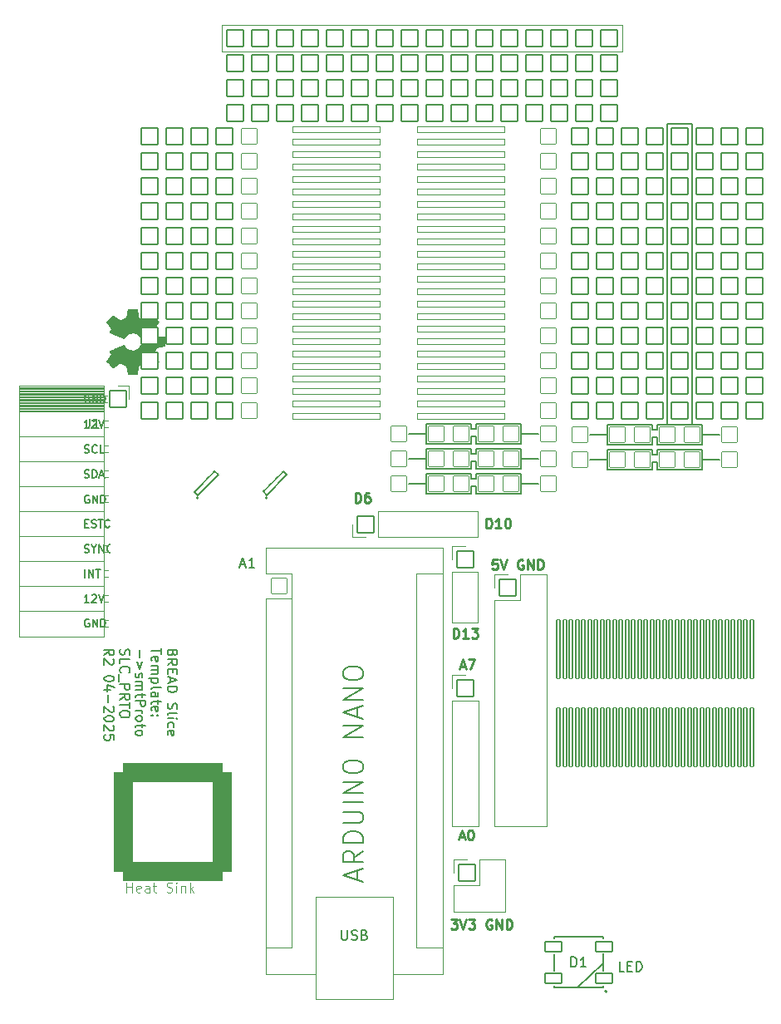
<source format=gbr>
%TF.GenerationSoftware,KiCad,Pcbnew,9.0.1*%
%TF.CreationDate,2025-05-07T10:28:02-04:00*%
%TF.ProjectId,BREAD_Slice,42524541-445f-4536-9c69-63655f736d74,rev?*%
%TF.SameCoordinates,PX74eba40PY8552dc0*%
%TF.FileFunction,Legend,Top*%
%TF.FilePolarity,Positive*%
%FSLAX46Y46*%
G04 Gerber Fmt 4.6, Leading zero omitted, Abs format (unit mm)*
G04 Created by KiCad (PCBNEW 9.0.1) date 2025-05-07 10:28:02*
%MOMM*%
%LPD*%
G01*
G04 APERTURE LIST*
G04 Aperture macros list*
%AMRoundRect*
0 Rectangle with rounded corners*
0 $1 Rounding radius*
0 $2 $3 $4 $5 $6 $7 $8 $9 X,Y pos of 4 corners*
0 Add a 4 corners polygon primitive as box body*
4,1,4,$2,$3,$4,$5,$6,$7,$8,$9,$2,$3,0*
0 Add four circle primitives for the rounded corners*
1,1,$1+$1,$2,$3*
1,1,$1+$1,$4,$5*
1,1,$1+$1,$6,$7*
1,1,$1+$1,$8,$9*
0 Add four rect primitives between the rounded corners*
20,1,$1+$1,$2,$3,$4,$5,0*
20,1,$1+$1,$4,$5,$6,$7,0*
20,1,$1+$1,$6,$7,$8,$9,0*
20,1,$1+$1,$8,$9,$2,$3,0*%
G04 Aperture macros list end*
%ADD10C,0.250000*%
%ADD11C,0.100000*%
%ADD12C,0.200000*%
%ADD13C,0.150000*%
%ADD14C,0.120000*%
%ADD15C,0.010000*%
%ADD16C,0.127000*%
%ADD17C,0.177800*%
%ADD18R,1.600000X1.600000*%
%ADD19O,1.900000X1.400000*%
%ADD20R,1.700000X1.700000*%
%ADD21O,1.300000X1.900000*%
%ADD22O,1.400000X1.700000*%
%ADD23C,2.060000*%
%ADD24RoundRect,0.050000X-0.850000X-0.850000X0.850000X-0.850000X0.850000X0.850000X-0.850000X0.850000X0*%
%ADD25C,1.800000*%
%ADD26C,5.100000*%
%ADD27RoundRect,0.050000X-0.800000X-0.800000X0.800000X-0.800000X0.800000X0.800000X-0.800000X0.800000X0*%
%ADD28O,1.700000X1.700000*%
%ADD29O,1.800000X1.800000*%
%ADD30RoundRect,0.050000X-4.445000X-0.325000X4.445000X-0.325000X4.445000X0.325000X-4.445000X0.325000X0*%
%ADD31O,2.000000X1.500000*%
%ADD32RoundRect,1.008333X-5.041667X-5.041667X5.041667X-5.041667X5.041667X5.041667X-5.041667X5.041667X0*%
%ADD33RoundRect,0.050000X0.800000X0.800000X-0.800000X0.800000X-0.800000X-0.800000X0.800000X-0.800000X0*%
%ADD34O,1.400000X2.000000*%
%ADD35RoundRect,0.050000X-0.175000X-3.000000X0.175000X-3.000000X0.175000X3.000000X-0.175000X3.000000X0*%
%ADD36O,1.500000X1.800000*%
%ADD37RoundRect,0.101600X-0.825500X-0.500000X0.825500X-0.500000X0.825500X0.500000X-0.825500X0.500000X0*%
%ADD38RoundRect,0.050000X0.850000X-0.850000X0.850000X0.850000X-0.850000X0.850000X-0.850000X-0.850000X0*%
%ADD39C,2.160000*%
%ADD40RoundRect,0.050000X1.078338X-0.689429X-0.689429X1.078338X-1.078338X0.689429X0.689429X-1.078338X0*%
G04 APERTURE END LIST*
D10*
X41102568Y48285381D02*
X41102568Y49285381D01*
X41102568Y49285381D02*
X41340663Y49285381D01*
X41340663Y49285381D02*
X41483520Y49237762D01*
X41483520Y49237762D02*
X41578758Y49142524D01*
X41578758Y49142524D02*
X41626377Y49047286D01*
X41626377Y49047286D02*
X41673996Y48856810D01*
X41673996Y48856810D02*
X41673996Y48713953D01*
X41673996Y48713953D02*
X41626377Y48523477D01*
X41626377Y48523477D02*
X41578758Y48428239D01*
X41578758Y48428239D02*
X41483520Y48333000D01*
X41483520Y48333000D02*
X41340663Y48285381D01*
X41340663Y48285381D02*
X41102568Y48285381D01*
X42626377Y48285381D02*
X42054949Y48285381D01*
X42340663Y48285381D02*
X42340663Y49285381D01*
X42340663Y49285381D02*
X42245425Y49142524D01*
X42245425Y49142524D02*
X42150187Y49047286D01*
X42150187Y49047286D02*
X42054949Y48999667D01*
X43245425Y49285381D02*
X43340663Y49285381D01*
X43340663Y49285381D02*
X43435901Y49237762D01*
X43435901Y49237762D02*
X43483520Y49190143D01*
X43483520Y49190143D02*
X43531139Y49094905D01*
X43531139Y49094905D02*
X43578758Y48904429D01*
X43578758Y48904429D02*
X43578758Y48666334D01*
X43578758Y48666334D02*
X43531139Y48475858D01*
X43531139Y48475858D02*
X43483520Y48380620D01*
X43483520Y48380620D02*
X43435901Y48333000D01*
X43435901Y48333000D02*
X43340663Y48285381D01*
X43340663Y48285381D02*
X43245425Y48285381D01*
X43245425Y48285381D02*
X43150187Y48333000D01*
X43150187Y48333000D02*
X43102568Y48380620D01*
X43102568Y48380620D02*
X43054949Y48475858D01*
X43054949Y48475858D02*
X43007330Y48666334D01*
X43007330Y48666334D02*
X43007330Y48904429D01*
X43007330Y48904429D02*
X43054949Y49094905D01*
X43054949Y49094905D02*
X43102568Y49190143D01*
X43102568Y49190143D02*
X43150187Y49237762D01*
X43150187Y49237762D02*
X43245425Y49285381D01*
X27752568Y50885381D02*
X27752568Y51885381D01*
X27752568Y51885381D02*
X27990663Y51885381D01*
X27990663Y51885381D02*
X28133520Y51837762D01*
X28133520Y51837762D02*
X28228758Y51742524D01*
X28228758Y51742524D02*
X28276377Y51647286D01*
X28276377Y51647286D02*
X28323996Y51456810D01*
X28323996Y51456810D02*
X28323996Y51313953D01*
X28323996Y51313953D02*
X28276377Y51123477D01*
X28276377Y51123477D02*
X28228758Y51028239D01*
X28228758Y51028239D02*
X28133520Y50933000D01*
X28133520Y50933000D02*
X27990663Y50885381D01*
X27990663Y50885381D02*
X27752568Y50885381D01*
X29181139Y51885381D02*
X28990663Y51885381D01*
X28990663Y51885381D02*
X28895425Y51837762D01*
X28895425Y51837762D02*
X28847806Y51790143D01*
X28847806Y51790143D02*
X28752568Y51647286D01*
X28752568Y51647286D02*
X28704949Y51456810D01*
X28704949Y51456810D02*
X28704949Y51075858D01*
X28704949Y51075858D02*
X28752568Y50980620D01*
X28752568Y50980620D02*
X28800187Y50933000D01*
X28800187Y50933000D02*
X28895425Y50885381D01*
X28895425Y50885381D02*
X29085901Y50885381D01*
X29085901Y50885381D02*
X29181139Y50933000D01*
X29181139Y50933000D02*
X29228758Y50980620D01*
X29228758Y50980620D02*
X29276377Y51075858D01*
X29276377Y51075858D02*
X29276377Y51313953D01*
X29276377Y51313953D02*
X29228758Y51409191D01*
X29228758Y51409191D02*
X29181139Y51456810D01*
X29181139Y51456810D02*
X29085901Y51504429D01*
X29085901Y51504429D02*
X28895425Y51504429D01*
X28895425Y51504429D02*
X28800187Y51456810D01*
X28800187Y51456810D02*
X28752568Y51409191D01*
X28752568Y51409191D02*
X28704949Y51313953D01*
X37752568Y37085381D02*
X37752568Y38085381D01*
X37752568Y38085381D02*
X37990663Y38085381D01*
X37990663Y38085381D02*
X38133520Y38037762D01*
X38133520Y38037762D02*
X38228758Y37942524D01*
X38228758Y37942524D02*
X38276377Y37847286D01*
X38276377Y37847286D02*
X38323996Y37656810D01*
X38323996Y37656810D02*
X38323996Y37513953D01*
X38323996Y37513953D02*
X38276377Y37323477D01*
X38276377Y37323477D02*
X38228758Y37228239D01*
X38228758Y37228239D02*
X38133520Y37133000D01*
X38133520Y37133000D02*
X37990663Y37085381D01*
X37990663Y37085381D02*
X37752568Y37085381D01*
X39276377Y37085381D02*
X38704949Y37085381D01*
X38990663Y37085381D02*
X38990663Y38085381D01*
X38990663Y38085381D02*
X38895425Y37942524D01*
X38895425Y37942524D02*
X38800187Y37847286D01*
X38800187Y37847286D02*
X38704949Y37799667D01*
X39609711Y38085381D02*
X40228758Y38085381D01*
X40228758Y38085381D02*
X39895425Y37704429D01*
X39895425Y37704429D02*
X40038282Y37704429D01*
X40038282Y37704429D02*
X40133520Y37656810D01*
X40133520Y37656810D02*
X40181139Y37609191D01*
X40181139Y37609191D02*
X40228758Y37513953D01*
X40228758Y37513953D02*
X40228758Y37275858D01*
X40228758Y37275858D02*
X40181139Y37180620D01*
X40181139Y37180620D02*
X40133520Y37133000D01*
X40133520Y37133000D02*
X40038282Y37085381D01*
X40038282Y37085381D02*
X39752568Y37085381D01*
X39752568Y37085381D02*
X39657330Y37133000D01*
X39657330Y37133000D02*
X39609711Y37180620D01*
X38454949Y34221096D02*
X38931139Y34221096D01*
X38359711Y33935381D02*
X38693044Y34935381D01*
X38693044Y34935381D02*
X39026377Y33935381D01*
X39264473Y34935381D02*
X39931139Y34935381D01*
X39931139Y34935381D02*
X39502568Y33935381D01*
X38354949Y16821096D02*
X38831139Y16821096D01*
X38259711Y16535381D02*
X38593044Y17535381D01*
X38593044Y17535381D02*
X38926377Y16535381D01*
X39450187Y17535381D02*
X39545425Y17535381D01*
X39545425Y17535381D02*
X39640663Y17487762D01*
X39640663Y17487762D02*
X39688282Y17440143D01*
X39688282Y17440143D02*
X39735901Y17344905D01*
X39735901Y17344905D02*
X39783520Y17154429D01*
X39783520Y17154429D02*
X39783520Y16916334D01*
X39783520Y16916334D02*
X39735901Y16725858D01*
X39735901Y16725858D02*
X39688282Y16630620D01*
X39688282Y16630620D02*
X39640663Y16583000D01*
X39640663Y16583000D02*
X39545425Y16535381D01*
X39545425Y16535381D02*
X39450187Y16535381D01*
X39450187Y16535381D02*
X39354949Y16583000D01*
X39354949Y16583000D02*
X39307330Y16630620D01*
X39307330Y16630620D02*
X39259711Y16725858D01*
X39259711Y16725858D02*
X39212092Y16916334D01*
X39212092Y16916334D02*
X39212092Y17154429D01*
X39212092Y17154429D02*
X39259711Y17344905D01*
X39259711Y17344905D02*
X39307330Y17440143D01*
X39307330Y17440143D02*
X39354949Y17487762D01*
X39354949Y17487762D02*
X39450187Y17535381D01*
X37507330Y8435381D02*
X38126377Y8435381D01*
X38126377Y8435381D02*
X37793044Y8054429D01*
X37793044Y8054429D02*
X37935901Y8054429D01*
X37935901Y8054429D02*
X38031139Y8006810D01*
X38031139Y8006810D02*
X38078758Y7959191D01*
X38078758Y7959191D02*
X38126377Y7863953D01*
X38126377Y7863953D02*
X38126377Y7625858D01*
X38126377Y7625858D02*
X38078758Y7530620D01*
X38078758Y7530620D02*
X38031139Y7483000D01*
X38031139Y7483000D02*
X37935901Y7435381D01*
X37935901Y7435381D02*
X37650187Y7435381D01*
X37650187Y7435381D02*
X37554949Y7483000D01*
X37554949Y7483000D02*
X37507330Y7530620D01*
X38412092Y8435381D02*
X38745425Y7435381D01*
X38745425Y7435381D02*
X39078758Y8435381D01*
X39316854Y8435381D02*
X39935901Y8435381D01*
X39935901Y8435381D02*
X39602568Y8054429D01*
X39602568Y8054429D02*
X39745425Y8054429D01*
X39745425Y8054429D02*
X39840663Y8006810D01*
X39840663Y8006810D02*
X39888282Y7959191D01*
X39888282Y7959191D02*
X39935901Y7863953D01*
X39935901Y7863953D02*
X39935901Y7625858D01*
X39935901Y7625858D02*
X39888282Y7530620D01*
X39888282Y7530620D02*
X39840663Y7483000D01*
X39840663Y7483000D02*
X39745425Y7435381D01*
X39745425Y7435381D02*
X39459711Y7435381D01*
X39459711Y7435381D02*
X39364473Y7483000D01*
X39364473Y7483000D02*
X39316854Y7530620D01*
X41650187Y8387762D02*
X41554949Y8435381D01*
X41554949Y8435381D02*
X41412092Y8435381D01*
X41412092Y8435381D02*
X41269235Y8387762D01*
X41269235Y8387762D02*
X41173997Y8292524D01*
X41173997Y8292524D02*
X41126378Y8197286D01*
X41126378Y8197286D02*
X41078759Y8006810D01*
X41078759Y8006810D02*
X41078759Y7863953D01*
X41078759Y7863953D02*
X41126378Y7673477D01*
X41126378Y7673477D02*
X41173997Y7578239D01*
X41173997Y7578239D02*
X41269235Y7483000D01*
X41269235Y7483000D02*
X41412092Y7435381D01*
X41412092Y7435381D02*
X41507330Y7435381D01*
X41507330Y7435381D02*
X41650187Y7483000D01*
X41650187Y7483000D02*
X41697806Y7530620D01*
X41697806Y7530620D02*
X41697806Y7863953D01*
X41697806Y7863953D02*
X41507330Y7863953D01*
X42126378Y7435381D02*
X42126378Y8435381D01*
X42126378Y8435381D02*
X42697806Y7435381D01*
X42697806Y7435381D02*
X42697806Y8435381D01*
X43173997Y7435381D02*
X43173997Y8435381D01*
X43173997Y8435381D02*
X43412092Y8435381D01*
X43412092Y8435381D02*
X43554949Y8387762D01*
X43554949Y8387762D02*
X43650187Y8292524D01*
X43650187Y8292524D02*
X43697806Y8197286D01*
X43697806Y8197286D02*
X43745425Y8006810D01*
X43745425Y8006810D02*
X43745425Y7863953D01*
X43745425Y7863953D02*
X43697806Y7673477D01*
X43697806Y7673477D02*
X43650187Y7578239D01*
X43650187Y7578239D02*
X43554949Y7483000D01*
X43554949Y7483000D02*
X43412092Y7435381D01*
X43412092Y7435381D02*
X43173997Y7435381D01*
X42228758Y45085381D02*
X41752568Y45085381D01*
X41752568Y45085381D02*
X41704949Y44609191D01*
X41704949Y44609191D02*
X41752568Y44656810D01*
X41752568Y44656810D02*
X41847806Y44704429D01*
X41847806Y44704429D02*
X42085901Y44704429D01*
X42085901Y44704429D02*
X42181139Y44656810D01*
X42181139Y44656810D02*
X42228758Y44609191D01*
X42228758Y44609191D02*
X42276377Y44513953D01*
X42276377Y44513953D02*
X42276377Y44275858D01*
X42276377Y44275858D02*
X42228758Y44180620D01*
X42228758Y44180620D02*
X42181139Y44133000D01*
X42181139Y44133000D02*
X42085901Y44085381D01*
X42085901Y44085381D02*
X41847806Y44085381D01*
X41847806Y44085381D02*
X41752568Y44133000D01*
X41752568Y44133000D02*
X41704949Y44180620D01*
X42562092Y45085381D02*
X42895425Y44085381D01*
X42895425Y44085381D02*
X43228758Y45085381D01*
X44847806Y45037762D02*
X44752568Y45085381D01*
X44752568Y45085381D02*
X44609711Y45085381D01*
X44609711Y45085381D02*
X44466854Y45037762D01*
X44466854Y45037762D02*
X44371616Y44942524D01*
X44371616Y44942524D02*
X44323997Y44847286D01*
X44323997Y44847286D02*
X44276378Y44656810D01*
X44276378Y44656810D02*
X44276378Y44513953D01*
X44276378Y44513953D02*
X44323997Y44323477D01*
X44323997Y44323477D02*
X44371616Y44228239D01*
X44371616Y44228239D02*
X44466854Y44133000D01*
X44466854Y44133000D02*
X44609711Y44085381D01*
X44609711Y44085381D02*
X44704949Y44085381D01*
X44704949Y44085381D02*
X44847806Y44133000D01*
X44847806Y44133000D02*
X44895425Y44180620D01*
X44895425Y44180620D02*
X44895425Y44513953D01*
X44895425Y44513953D02*
X44704949Y44513953D01*
X45323997Y44085381D02*
X45323997Y45085381D01*
X45323997Y45085381D02*
X45895425Y44085381D01*
X45895425Y44085381D02*
X45895425Y45085381D01*
X46371616Y44085381D02*
X46371616Y45085381D01*
X46371616Y45085381D02*
X46609711Y45085381D01*
X46609711Y45085381D02*
X46752568Y45037762D01*
X46752568Y45037762D02*
X46847806Y44942524D01*
X46847806Y44942524D02*
X46895425Y44847286D01*
X46895425Y44847286D02*
X46943044Y44656810D01*
X46943044Y44656810D02*
X46943044Y44513953D01*
X46943044Y44513953D02*
X46895425Y44323477D01*
X46895425Y44323477D02*
X46847806Y44228239D01*
X46847806Y44228239D02*
X46752568Y44133000D01*
X46752568Y44133000D02*
X46609711Y44085381D01*
X46609711Y44085381D02*
X46371616Y44085381D01*
D11*
X14200000Y99550000D02*
X54950000Y99550000D01*
X54950000Y96850000D01*
X14200000Y96850000D01*
X14200000Y99550000D01*
D12*
X62075000Y89480000D02*
X62075000Y58840000D01*
X59535000Y58840000D02*
X59535000Y89480000D01*
X62075000Y58840000D02*
X59535000Y58840000D01*
X59535000Y89480000D02*
X62075000Y89480000D01*
D13*
X620238Y51624610D02*
X544048Y51662705D01*
X544048Y51662705D02*
X429762Y51662705D01*
X429762Y51662705D02*
X315476Y51624610D01*
X315476Y51624610D02*
X239286Y51548420D01*
X239286Y51548420D02*
X201191Y51472229D01*
X201191Y51472229D02*
X163095Y51319848D01*
X163095Y51319848D02*
X163095Y51205562D01*
X163095Y51205562D02*
X201191Y51053181D01*
X201191Y51053181D02*
X239286Y50976991D01*
X239286Y50976991D02*
X315476Y50900800D01*
X315476Y50900800D02*
X429762Y50862705D01*
X429762Y50862705D02*
X505953Y50862705D01*
X505953Y50862705D02*
X620238Y50900800D01*
X620238Y50900800D02*
X658334Y50938896D01*
X658334Y50938896D02*
X658334Y51205562D01*
X658334Y51205562D02*
X505953Y51205562D01*
X1001191Y50862705D02*
X1001191Y51662705D01*
X1001191Y51662705D02*
X1458334Y50862705D01*
X1458334Y50862705D02*
X1458334Y51662705D01*
X1839286Y50862705D02*
X1839286Y51662705D01*
X1839286Y51662705D02*
X2029762Y51662705D01*
X2029762Y51662705D02*
X2144048Y51624610D01*
X2144048Y51624610D02*
X2220238Y51548420D01*
X2220238Y51548420D02*
X2258333Y51472229D01*
X2258333Y51472229D02*
X2296429Y51319848D01*
X2296429Y51319848D02*
X2296429Y51205562D01*
X2296429Y51205562D02*
X2258333Y51053181D01*
X2258333Y51053181D02*
X2220238Y50976991D01*
X2220238Y50976991D02*
X2144048Y50900800D01*
X2144048Y50900800D02*
X2029762Y50862705D01*
X2029762Y50862705D02*
X1839286Y50862705D01*
X55157142Y3145181D02*
X54680952Y3145181D01*
X54680952Y3145181D02*
X54680952Y4145181D01*
X55490476Y3668991D02*
X55823809Y3668991D01*
X55966666Y3145181D02*
X55490476Y3145181D01*
X55490476Y3145181D02*
X55490476Y4145181D01*
X55490476Y4145181D02*
X55966666Y4145181D01*
X56395238Y3145181D02*
X56395238Y4145181D01*
X56395238Y4145181D02*
X56633333Y4145181D01*
X56633333Y4145181D02*
X56776190Y4097562D01*
X56776190Y4097562D02*
X56871428Y4002324D01*
X56871428Y4002324D02*
X56919047Y3907086D01*
X56919047Y3907086D02*
X56966666Y3716610D01*
X56966666Y3716610D02*
X56966666Y3573753D01*
X56966666Y3573753D02*
X56919047Y3383277D01*
X56919047Y3383277D02*
X56871428Y3288039D01*
X56871428Y3288039D02*
X56776190Y3192800D01*
X56776190Y3192800D02*
X56633333Y3145181D01*
X56633333Y3145181D02*
X56395238Y3145181D01*
X620238Y40712705D02*
X163095Y40712705D01*
X391667Y40712705D02*
X391667Y41512705D01*
X391667Y41512705D02*
X315476Y41398420D01*
X315476Y41398420D02*
X239286Y41322229D01*
X239286Y41322229D02*
X163095Y41284134D01*
X925000Y41436515D02*
X963096Y41474610D01*
X963096Y41474610D02*
X1039286Y41512705D01*
X1039286Y41512705D02*
X1229762Y41512705D01*
X1229762Y41512705D02*
X1305953Y41474610D01*
X1305953Y41474610D02*
X1344048Y41436515D01*
X1344048Y41436515D02*
X1382143Y41360324D01*
X1382143Y41360324D02*
X1382143Y41284134D01*
X1382143Y41284134D02*
X1344048Y41169848D01*
X1344048Y41169848D02*
X886905Y40712705D01*
X886905Y40712705D02*
X1382143Y40712705D01*
X1610715Y41512705D02*
X1877382Y40712705D01*
X1877382Y40712705D02*
X2144048Y41512705D01*
X163095Y45850800D02*
X277381Y45812705D01*
X277381Y45812705D02*
X467857Y45812705D01*
X467857Y45812705D02*
X544048Y45850800D01*
X544048Y45850800D02*
X582143Y45888896D01*
X582143Y45888896D02*
X620238Y45965086D01*
X620238Y45965086D02*
X620238Y46041277D01*
X620238Y46041277D02*
X582143Y46117467D01*
X582143Y46117467D02*
X544048Y46155562D01*
X544048Y46155562D02*
X467857Y46193658D01*
X467857Y46193658D02*
X315476Y46231753D01*
X315476Y46231753D02*
X239286Y46269848D01*
X239286Y46269848D02*
X201191Y46307943D01*
X201191Y46307943D02*
X163095Y46384134D01*
X163095Y46384134D02*
X163095Y46460324D01*
X163095Y46460324D02*
X201191Y46536515D01*
X201191Y46536515D02*
X239286Y46574610D01*
X239286Y46574610D02*
X315476Y46612705D01*
X315476Y46612705D02*
X505953Y46612705D01*
X505953Y46612705D02*
X620238Y46574610D01*
X1115477Y46193658D02*
X1115477Y45812705D01*
X848810Y46612705D02*
X1115477Y46193658D01*
X1115477Y46193658D02*
X1382143Y46612705D01*
X1648810Y45812705D02*
X1648810Y46612705D01*
X1648810Y46612705D02*
X2105953Y45812705D01*
X2105953Y45812705D02*
X2105953Y46612705D01*
X2944048Y45888896D02*
X2905952Y45850800D01*
X2905952Y45850800D02*
X2791667Y45812705D01*
X2791667Y45812705D02*
X2715476Y45812705D01*
X2715476Y45812705D02*
X2601190Y45850800D01*
X2601190Y45850800D02*
X2525000Y45926991D01*
X2525000Y45926991D02*
X2486905Y46003181D01*
X2486905Y46003181D02*
X2448809Y46155562D01*
X2448809Y46155562D02*
X2448809Y46269848D01*
X2448809Y46269848D02*
X2486905Y46422229D01*
X2486905Y46422229D02*
X2525000Y46498420D01*
X2525000Y46498420D02*
X2601190Y46574610D01*
X2601190Y46574610D02*
X2715476Y46612705D01*
X2715476Y46612705D02*
X2791667Y46612705D01*
X2791667Y46612705D02*
X2905952Y46574610D01*
X2905952Y46574610D02*
X2944048Y46536515D01*
X620238Y38974610D02*
X544048Y39012705D01*
X544048Y39012705D02*
X429762Y39012705D01*
X429762Y39012705D02*
X315476Y38974610D01*
X315476Y38974610D02*
X239286Y38898420D01*
X239286Y38898420D02*
X201191Y38822229D01*
X201191Y38822229D02*
X163095Y38669848D01*
X163095Y38669848D02*
X163095Y38555562D01*
X163095Y38555562D02*
X201191Y38403181D01*
X201191Y38403181D02*
X239286Y38326991D01*
X239286Y38326991D02*
X315476Y38250800D01*
X315476Y38250800D02*
X429762Y38212705D01*
X429762Y38212705D02*
X505953Y38212705D01*
X505953Y38212705D02*
X620238Y38250800D01*
X620238Y38250800D02*
X658334Y38288896D01*
X658334Y38288896D02*
X658334Y38555562D01*
X658334Y38555562D02*
X505953Y38555562D01*
X1001191Y38212705D02*
X1001191Y39012705D01*
X1001191Y39012705D02*
X1458334Y38212705D01*
X1458334Y38212705D02*
X1458334Y39012705D01*
X1839286Y38212705D02*
X1839286Y39012705D01*
X1839286Y39012705D02*
X2029762Y39012705D01*
X2029762Y39012705D02*
X2144048Y38974610D01*
X2144048Y38974610D02*
X2220238Y38898420D01*
X2220238Y38898420D02*
X2258333Y38822229D01*
X2258333Y38822229D02*
X2296429Y38669848D01*
X2296429Y38669848D02*
X2296429Y38555562D01*
X2296429Y38555562D02*
X2258333Y38403181D01*
X2258333Y38403181D02*
X2220238Y38326991D01*
X2220238Y38326991D02*
X2144048Y38250800D01*
X2144048Y38250800D02*
X2029762Y38212705D01*
X2029762Y38212705D02*
X1839286Y38212705D01*
X9138878Y35579888D02*
X9091259Y35437031D01*
X9091259Y35437031D02*
X9043640Y35389412D01*
X9043640Y35389412D02*
X8948402Y35341793D01*
X8948402Y35341793D02*
X8805545Y35341793D01*
X8805545Y35341793D02*
X8710307Y35389412D01*
X8710307Y35389412D02*
X8662688Y35437031D01*
X8662688Y35437031D02*
X8615068Y35532269D01*
X8615068Y35532269D02*
X8615068Y35913221D01*
X8615068Y35913221D02*
X9615068Y35913221D01*
X9615068Y35913221D02*
X9615068Y35579888D01*
X9615068Y35579888D02*
X9567449Y35484650D01*
X9567449Y35484650D02*
X9519830Y35437031D01*
X9519830Y35437031D02*
X9424592Y35389412D01*
X9424592Y35389412D02*
X9329354Y35389412D01*
X9329354Y35389412D02*
X9234116Y35437031D01*
X9234116Y35437031D02*
X9186497Y35484650D01*
X9186497Y35484650D02*
X9138878Y35579888D01*
X9138878Y35579888D02*
X9138878Y35913221D01*
X8615068Y34341793D02*
X9091259Y34675126D01*
X8615068Y34913221D02*
X9615068Y34913221D01*
X9615068Y34913221D02*
X9615068Y34532269D01*
X9615068Y34532269D02*
X9567449Y34437031D01*
X9567449Y34437031D02*
X9519830Y34389412D01*
X9519830Y34389412D02*
X9424592Y34341793D01*
X9424592Y34341793D02*
X9281735Y34341793D01*
X9281735Y34341793D02*
X9186497Y34389412D01*
X9186497Y34389412D02*
X9138878Y34437031D01*
X9138878Y34437031D02*
X9091259Y34532269D01*
X9091259Y34532269D02*
X9091259Y34913221D01*
X9138878Y33913221D02*
X9138878Y33579888D01*
X8615068Y33437031D02*
X8615068Y33913221D01*
X8615068Y33913221D02*
X9615068Y33913221D01*
X9615068Y33913221D02*
X9615068Y33437031D01*
X8900783Y33056078D02*
X8900783Y32579888D01*
X8615068Y33151316D02*
X9615068Y32817983D01*
X9615068Y32817983D02*
X8615068Y32484650D01*
X8615068Y32151316D02*
X9615068Y32151316D01*
X9615068Y32151316D02*
X9615068Y31913221D01*
X9615068Y31913221D02*
X9567449Y31770364D01*
X9567449Y31770364D02*
X9472211Y31675126D01*
X9472211Y31675126D02*
X9376973Y31627507D01*
X9376973Y31627507D02*
X9186497Y31579888D01*
X9186497Y31579888D02*
X9043640Y31579888D01*
X9043640Y31579888D02*
X8853164Y31627507D01*
X8853164Y31627507D02*
X8757926Y31675126D01*
X8757926Y31675126D02*
X8662688Y31770364D01*
X8662688Y31770364D02*
X8615068Y31913221D01*
X8615068Y31913221D02*
X8615068Y32151316D01*
X8662688Y30437030D02*
X8615068Y30294173D01*
X8615068Y30294173D02*
X8615068Y30056078D01*
X8615068Y30056078D02*
X8662688Y29960840D01*
X8662688Y29960840D02*
X8710307Y29913221D01*
X8710307Y29913221D02*
X8805545Y29865602D01*
X8805545Y29865602D02*
X8900783Y29865602D01*
X8900783Y29865602D02*
X8996021Y29913221D01*
X8996021Y29913221D02*
X9043640Y29960840D01*
X9043640Y29960840D02*
X9091259Y30056078D01*
X9091259Y30056078D02*
X9138878Y30246554D01*
X9138878Y30246554D02*
X9186497Y30341792D01*
X9186497Y30341792D02*
X9234116Y30389411D01*
X9234116Y30389411D02*
X9329354Y30437030D01*
X9329354Y30437030D02*
X9424592Y30437030D01*
X9424592Y30437030D02*
X9519830Y30389411D01*
X9519830Y30389411D02*
X9567449Y30341792D01*
X9567449Y30341792D02*
X9615068Y30246554D01*
X9615068Y30246554D02*
X9615068Y30008459D01*
X9615068Y30008459D02*
X9567449Y29865602D01*
X8615068Y29294173D02*
X8662688Y29389411D01*
X8662688Y29389411D02*
X8757926Y29437030D01*
X8757926Y29437030D02*
X9615068Y29437030D01*
X8615068Y28913220D02*
X9281735Y28913220D01*
X9615068Y28913220D02*
X9567449Y28960839D01*
X9567449Y28960839D02*
X9519830Y28913220D01*
X9519830Y28913220D02*
X9567449Y28865601D01*
X9567449Y28865601D02*
X9615068Y28913220D01*
X9615068Y28913220D02*
X9519830Y28913220D01*
X8662688Y28008459D02*
X8615068Y28103697D01*
X8615068Y28103697D02*
X8615068Y28294173D01*
X8615068Y28294173D02*
X8662688Y28389411D01*
X8662688Y28389411D02*
X8710307Y28437030D01*
X8710307Y28437030D02*
X8805545Y28484649D01*
X8805545Y28484649D02*
X9091259Y28484649D01*
X9091259Y28484649D02*
X9186497Y28437030D01*
X9186497Y28437030D02*
X9234116Y28389411D01*
X9234116Y28389411D02*
X9281735Y28294173D01*
X9281735Y28294173D02*
X9281735Y28103697D01*
X9281735Y28103697D02*
X9234116Y28008459D01*
X8662688Y27198935D02*
X8615068Y27294173D01*
X8615068Y27294173D02*
X8615068Y27484649D01*
X8615068Y27484649D02*
X8662688Y27579887D01*
X8662688Y27579887D02*
X8757926Y27627506D01*
X8757926Y27627506D02*
X9138878Y27627506D01*
X9138878Y27627506D02*
X9234116Y27579887D01*
X9234116Y27579887D02*
X9281735Y27484649D01*
X9281735Y27484649D02*
X9281735Y27294173D01*
X9281735Y27294173D02*
X9234116Y27198935D01*
X9234116Y27198935D02*
X9138878Y27151316D01*
X9138878Y27151316D02*
X9043640Y27151316D01*
X9043640Y27151316D02*
X8948402Y27627506D01*
X8005124Y36056078D02*
X8005124Y35484650D01*
X7005124Y35770364D02*
X8005124Y35770364D01*
X7052744Y34770364D02*
X7005124Y34865602D01*
X7005124Y34865602D02*
X7005124Y35056078D01*
X7005124Y35056078D02*
X7052744Y35151316D01*
X7052744Y35151316D02*
X7147982Y35198935D01*
X7147982Y35198935D02*
X7528934Y35198935D01*
X7528934Y35198935D02*
X7624172Y35151316D01*
X7624172Y35151316D02*
X7671791Y35056078D01*
X7671791Y35056078D02*
X7671791Y34865602D01*
X7671791Y34865602D02*
X7624172Y34770364D01*
X7624172Y34770364D02*
X7528934Y34722745D01*
X7528934Y34722745D02*
X7433696Y34722745D01*
X7433696Y34722745D02*
X7338458Y35198935D01*
X7005124Y34294173D02*
X7671791Y34294173D01*
X7576553Y34294173D02*
X7624172Y34246554D01*
X7624172Y34246554D02*
X7671791Y34151316D01*
X7671791Y34151316D02*
X7671791Y34008459D01*
X7671791Y34008459D02*
X7624172Y33913221D01*
X7624172Y33913221D02*
X7528934Y33865602D01*
X7528934Y33865602D02*
X7005124Y33865602D01*
X7528934Y33865602D02*
X7624172Y33817983D01*
X7624172Y33817983D02*
X7671791Y33722745D01*
X7671791Y33722745D02*
X7671791Y33579888D01*
X7671791Y33579888D02*
X7624172Y33484649D01*
X7624172Y33484649D02*
X7528934Y33437030D01*
X7528934Y33437030D02*
X7005124Y33437030D01*
X7671791Y32960840D02*
X6671791Y32960840D01*
X7624172Y32960840D02*
X7671791Y32865602D01*
X7671791Y32865602D02*
X7671791Y32675126D01*
X7671791Y32675126D02*
X7624172Y32579888D01*
X7624172Y32579888D02*
X7576553Y32532269D01*
X7576553Y32532269D02*
X7481315Y32484650D01*
X7481315Y32484650D02*
X7195601Y32484650D01*
X7195601Y32484650D02*
X7100363Y32532269D01*
X7100363Y32532269D02*
X7052744Y32579888D01*
X7052744Y32579888D02*
X7005124Y32675126D01*
X7005124Y32675126D02*
X7005124Y32865602D01*
X7005124Y32865602D02*
X7052744Y32960840D01*
X7005124Y31913221D02*
X7052744Y32008459D01*
X7052744Y32008459D02*
X7147982Y32056078D01*
X7147982Y32056078D02*
X8005124Y32056078D01*
X7005124Y31103697D02*
X7528934Y31103697D01*
X7528934Y31103697D02*
X7624172Y31151316D01*
X7624172Y31151316D02*
X7671791Y31246554D01*
X7671791Y31246554D02*
X7671791Y31437030D01*
X7671791Y31437030D02*
X7624172Y31532268D01*
X7052744Y31103697D02*
X7005124Y31198935D01*
X7005124Y31198935D02*
X7005124Y31437030D01*
X7005124Y31437030D02*
X7052744Y31532268D01*
X7052744Y31532268D02*
X7147982Y31579887D01*
X7147982Y31579887D02*
X7243220Y31579887D01*
X7243220Y31579887D02*
X7338458Y31532268D01*
X7338458Y31532268D02*
X7386077Y31437030D01*
X7386077Y31437030D02*
X7386077Y31198935D01*
X7386077Y31198935D02*
X7433696Y31103697D01*
X7671791Y30770363D02*
X7671791Y30389411D01*
X8005124Y30627506D02*
X7147982Y30627506D01*
X7147982Y30627506D02*
X7052744Y30579887D01*
X7052744Y30579887D02*
X7005124Y30484649D01*
X7005124Y30484649D02*
X7005124Y30389411D01*
X7052744Y29675125D02*
X7005124Y29770363D01*
X7005124Y29770363D02*
X7005124Y29960839D01*
X7005124Y29960839D02*
X7052744Y30056077D01*
X7052744Y30056077D02*
X7147982Y30103696D01*
X7147982Y30103696D02*
X7528934Y30103696D01*
X7528934Y30103696D02*
X7624172Y30056077D01*
X7624172Y30056077D02*
X7671791Y29960839D01*
X7671791Y29960839D02*
X7671791Y29770363D01*
X7671791Y29770363D02*
X7624172Y29675125D01*
X7624172Y29675125D02*
X7528934Y29627506D01*
X7528934Y29627506D02*
X7433696Y29627506D01*
X7433696Y29627506D02*
X7338458Y30103696D01*
X7100363Y29198934D02*
X7052744Y29151315D01*
X7052744Y29151315D02*
X7005124Y29198934D01*
X7005124Y29198934D02*
X7052744Y29246553D01*
X7052744Y29246553D02*
X7100363Y29198934D01*
X7100363Y29198934D02*
X7005124Y29198934D01*
X7624172Y29198934D02*
X7576553Y29151315D01*
X7576553Y29151315D02*
X7528934Y29198934D01*
X7528934Y29198934D02*
X7576553Y29246553D01*
X7576553Y29246553D02*
X7624172Y29198934D01*
X7624172Y29198934D02*
X7528934Y29198934D01*
X5776133Y35913221D02*
X5776133Y35151316D01*
X6061847Y34675126D02*
X5776133Y33913221D01*
X5776133Y33913221D02*
X5490419Y34675126D01*
X5442800Y33484650D02*
X5395180Y33389412D01*
X5395180Y33389412D02*
X5395180Y33198936D01*
X5395180Y33198936D02*
X5442800Y33103698D01*
X5442800Y33103698D02*
X5538038Y33056079D01*
X5538038Y33056079D02*
X5585657Y33056079D01*
X5585657Y33056079D02*
X5680895Y33103698D01*
X5680895Y33103698D02*
X5728514Y33198936D01*
X5728514Y33198936D02*
X5728514Y33341793D01*
X5728514Y33341793D02*
X5776133Y33437031D01*
X5776133Y33437031D02*
X5871371Y33484650D01*
X5871371Y33484650D02*
X5918990Y33484650D01*
X5918990Y33484650D02*
X6014228Y33437031D01*
X6014228Y33437031D02*
X6061847Y33341793D01*
X6061847Y33341793D02*
X6061847Y33198936D01*
X6061847Y33198936D02*
X6014228Y33103698D01*
X5395180Y32627507D02*
X6061847Y32627507D01*
X5966609Y32627507D02*
X6014228Y32579888D01*
X6014228Y32579888D02*
X6061847Y32484650D01*
X6061847Y32484650D02*
X6061847Y32341793D01*
X6061847Y32341793D02*
X6014228Y32246555D01*
X6014228Y32246555D02*
X5918990Y32198936D01*
X5918990Y32198936D02*
X5395180Y32198936D01*
X5918990Y32198936D02*
X6014228Y32151317D01*
X6014228Y32151317D02*
X6061847Y32056079D01*
X6061847Y32056079D02*
X6061847Y31913222D01*
X6061847Y31913222D02*
X6014228Y31817983D01*
X6014228Y31817983D02*
X5918990Y31770364D01*
X5918990Y31770364D02*
X5395180Y31770364D01*
X6061847Y31437031D02*
X6061847Y31056079D01*
X6395180Y31294174D02*
X5538038Y31294174D01*
X5538038Y31294174D02*
X5442800Y31246555D01*
X5442800Y31246555D02*
X5395180Y31151317D01*
X5395180Y31151317D02*
X5395180Y31056079D01*
X5395180Y30722745D02*
X6395180Y30722745D01*
X6395180Y30722745D02*
X6395180Y30341793D01*
X6395180Y30341793D02*
X6347561Y30246555D01*
X6347561Y30246555D02*
X6299942Y30198936D01*
X6299942Y30198936D02*
X6204704Y30151317D01*
X6204704Y30151317D02*
X6061847Y30151317D01*
X6061847Y30151317D02*
X5966609Y30198936D01*
X5966609Y30198936D02*
X5918990Y30246555D01*
X5918990Y30246555D02*
X5871371Y30341793D01*
X5871371Y30341793D02*
X5871371Y30722745D01*
X5395180Y29722745D02*
X6061847Y29722745D01*
X5871371Y29722745D02*
X5966609Y29675126D01*
X5966609Y29675126D02*
X6014228Y29627507D01*
X6014228Y29627507D02*
X6061847Y29532269D01*
X6061847Y29532269D02*
X6061847Y29437031D01*
X5395180Y28960840D02*
X5442800Y29056078D01*
X5442800Y29056078D02*
X5490419Y29103697D01*
X5490419Y29103697D02*
X5585657Y29151316D01*
X5585657Y29151316D02*
X5871371Y29151316D01*
X5871371Y29151316D02*
X5966609Y29103697D01*
X5966609Y29103697D02*
X6014228Y29056078D01*
X6014228Y29056078D02*
X6061847Y28960840D01*
X6061847Y28960840D02*
X6061847Y28817983D01*
X6061847Y28817983D02*
X6014228Y28722745D01*
X6014228Y28722745D02*
X5966609Y28675126D01*
X5966609Y28675126D02*
X5871371Y28627507D01*
X5871371Y28627507D02*
X5585657Y28627507D01*
X5585657Y28627507D02*
X5490419Y28675126D01*
X5490419Y28675126D02*
X5442800Y28722745D01*
X5442800Y28722745D02*
X5395180Y28817983D01*
X5395180Y28817983D02*
X5395180Y28960840D01*
X6061847Y28341792D02*
X6061847Y27960840D01*
X6395180Y28198935D02*
X5538038Y28198935D01*
X5538038Y28198935D02*
X5442800Y28151316D01*
X5442800Y28151316D02*
X5395180Y28056078D01*
X5395180Y28056078D02*
X5395180Y27960840D01*
X5395180Y27484649D02*
X5442800Y27579887D01*
X5442800Y27579887D02*
X5490419Y27627506D01*
X5490419Y27627506D02*
X5585657Y27675125D01*
X5585657Y27675125D02*
X5871371Y27675125D01*
X5871371Y27675125D02*
X5966609Y27627506D01*
X5966609Y27627506D02*
X6014228Y27579887D01*
X6014228Y27579887D02*
X6061847Y27484649D01*
X6061847Y27484649D02*
X6061847Y27341792D01*
X6061847Y27341792D02*
X6014228Y27246554D01*
X6014228Y27246554D02*
X5966609Y27198935D01*
X5966609Y27198935D02*
X5871371Y27151316D01*
X5871371Y27151316D02*
X5585657Y27151316D01*
X5585657Y27151316D02*
X5490419Y27198935D01*
X5490419Y27198935D02*
X5442800Y27246554D01*
X5442800Y27246554D02*
X5395180Y27341792D01*
X5395180Y27341792D02*
X5395180Y27484649D01*
X3832856Y35960840D02*
X3785236Y35817983D01*
X3785236Y35817983D02*
X3785236Y35579888D01*
X3785236Y35579888D02*
X3832856Y35484650D01*
X3832856Y35484650D02*
X3880475Y35437031D01*
X3880475Y35437031D02*
X3975713Y35389412D01*
X3975713Y35389412D02*
X4070951Y35389412D01*
X4070951Y35389412D02*
X4166189Y35437031D01*
X4166189Y35437031D02*
X4213808Y35484650D01*
X4213808Y35484650D02*
X4261427Y35579888D01*
X4261427Y35579888D02*
X4309046Y35770364D01*
X4309046Y35770364D02*
X4356665Y35865602D01*
X4356665Y35865602D02*
X4404284Y35913221D01*
X4404284Y35913221D02*
X4499522Y35960840D01*
X4499522Y35960840D02*
X4594760Y35960840D01*
X4594760Y35960840D02*
X4689998Y35913221D01*
X4689998Y35913221D02*
X4737617Y35865602D01*
X4737617Y35865602D02*
X4785236Y35770364D01*
X4785236Y35770364D02*
X4785236Y35532269D01*
X4785236Y35532269D02*
X4737617Y35389412D01*
X3785236Y34484650D02*
X3785236Y34960840D01*
X3785236Y34960840D02*
X4785236Y34960840D01*
X3880475Y33579888D02*
X3832856Y33627507D01*
X3832856Y33627507D02*
X3785236Y33770364D01*
X3785236Y33770364D02*
X3785236Y33865602D01*
X3785236Y33865602D02*
X3832856Y34008459D01*
X3832856Y34008459D02*
X3928094Y34103697D01*
X3928094Y34103697D02*
X4023332Y34151316D01*
X4023332Y34151316D02*
X4213808Y34198935D01*
X4213808Y34198935D02*
X4356665Y34198935D01*
X4356665Y34198935D02*
X4547141Y34151316D01*
X4547141Y34151316D02*
X4642379Y34103697D01*
X4642379Y34103697D02*
X4737617Y34008459D01*
X4737617Y34008459D02*
X4785236Y33865602D01*
X4785236Y33865602D02*
X4785236Y33770364D01*
X4785236Y33770364D02*
X4737617Y33627507D01*
X4737617Y33627507D02*
X4689998Y33579888D01*
X3689998Y33389411D02*
X3689998Y32627507D01*
X3785236Y32389411D02*
X4785236Y32389411D01*
X4785236Y32389411D02*
X4785236Y32008459D01*
X4785236Y32008459D02*
X4737617Y31913221D01*
X4737617Y31913221D02*
X4689998Y31865602D01*
X4689998Y31865602D02*
X4594760Y31817983D01*
X4594760Y31817983D02*
X4451903Y31817983D01*
X4451903Y31817983D02*
X4356665Y31865602D01*
X4356665Y31865602D02*
X4309046Y31913221D01*
X4309046Y31913221D02*
X4261427Y32008459D01*
X4261427Y32008459D02*
X4261427Y32389411D01*
X3785236Y30817983D02*
X4261427Y31151316D01*
X3785236Y31389411D02*
X4785236Y31389411D01*
X4785236Y31389411D02*
X4785236Y31008459D01*
X4785236Y31008459D02*
X4737617Y30913221D01*
X4737617Y30913221D02*
X4689998Y30865602D01*
X4689998Y30865602D02*
X4594760Y30817983D01*
X4594760Y30817983D02*
X4451903Y30817983D01*
X4451903Y30817983D02*
X4356665Y30865602D01*
X4356665Y30865602D02*
X4309046Y30913221D01*
X4309046Y30913221D02*
X4261427Y31008459D01*
X4261427Y31008459D02*
X4261427Y31389411D01*
X4785236Y30532268D02*
X4785236Y29960840D01*
X3785236Y30246554D02*
X4785236Y30246554D01*
X4785236Y29437030D02*
X4785236Y29246554D01*
X4785236Y29246554D02*
X4737617Y29151316D01*
X4737617Y29151316D02*
X4642379Y29056078D01*
X4642379Y29056078D02*
X4451903Y29008459D01*
X4451903Y29008459D02*
X4118570Y29008459D01*
X4118570Y29008459D02*
X3928094Y29056078D01*
X3928094Y29056078D02*
X3832856Y29151316D01*
X3832856Y29151316D02*
X3785236Y29246554D01*
X3785236Y29246554D02*
X3785236Y29437030D01*
X3785236Y29437030D02*
X3832856Y29532268D01*
X3832856Y29532268D02*
X3928094Y29627506D01*
X3928094Y29627506D02*
X4118570Y29675125D01*
X4118570Y29675125D02*
X4451903Y29675125D01*
X4451903Y29675125D02*
X4642379Y29627506D01*
X4642379Y29627506D02*
X4737617Y29532268D01*
X4737617Y29532268D02*
X4785236Y29437030D01*
X2175292Y35341793D02*
X2651483Y35675126D01*
X2175292Y35913221D02*
X3175292Y35913221D01*
X3175292Y35913221D02*
X3175292Y35532269D01*
X3175292Y35532269D02*
X3127673Y35437031D01*
X3127673Y35437031D02*
X3080054Y35389412D01*
X3080054Y35389412D02*
X2984816Y35341793D01*
X2984816Y35341793D02*
X2841959Y35341793D01*
X2841959Y35341793D02*
X2746721Y35389412D01*
X2746721Y35389412D02*
X2699102Y35437031D01*
X2699102Y35437031D02*
X2651483Y35532269D01*
X2651483Y35532269D02*
X2651483Y35913221D01*
X3080054Y34960840D02*
X3127673Y34913221D01*
X3127673Y34913221D02*
X3175292Y34817983D01*
X3175292Y34817983D02*
X3175292Y34579888D01*
X3175292Y34579888D02*
X3127673Y34484650D01*
X3127673Y34484650D02*
X3080054Y34437031D01*
X3080054Y34437031D02*
X2984816Y34389412D01*
X2984816Y34389412D02*
X2889578Y34389412D01*
X2889578Y34389412D02*
X2746721Y34437031D01*
X2746721Y34437031D02*
X2175292Y35008459D01*
X2175292Y35008459D02*
X2175292Y34389412D01*
X3175292Y33008459D02*
X3175292Y32913221D01*
X3175292Y32913221D02*
X3127673Y32817983D01*
X3127673Y32817983D02*
X3080054Y32770364D01*
X3080054Y32770364D02*
X2984816Y32722745D01*
X2984816Y32722745D02*
X2794340Y32675126D01*
X2794340Y32675126D02*
X2556245Y32675126D01*
X2556245Y32675126D02*
X2365769Y32722745D01*
X2365769Y32722745D02*
X2270531Y32770364D01*
X2270531Y32770364D02*
X2222912Y32817983D01*
X2222912Y32817983D02*
X2175292Y32913221D01*
X2175292Y32913221D02*
X2175292Y33008459D01*
X2175292Y33008459D02*
X2222912Y33103697D01*
X2222912Y33103697D02*
X2270531Y33151316D01*
X2270531Y33151316D02*
X2365769Y33198935D01*
X2365769Y33198935D02*
X2556245Y33246554D01*
X2556245Y33246554D02*
X2794340Y33246554D01*
X2794340Y33246554D02*
X2984816Y33198935D01*
X2984816Y33198935D02*
X3080054Y33151316D01*
X3080054Y33151316D02*
X3127673Y33103697D01*
X3127673Y33103697D02*
X3175292Y33008459D01*
X2841959Y31817983D02*
X2175292Y31817983D01*
X3222912Y32056078D02*
X2508626Y32294173D01*
X2508626Y32294173D02*
X2508626Y31675126D01*
X2556245Y31294173D02*
X2556245Y30532268D01*
X3080054Y30103697D02*
X3127673Y30056078D01*
X3127673Y30056078D02*
X3175292Y29960840D01*
X3175292Y29960840D02*
X3175292Y29722745D01*
X3175292Y29722745D02*
X3127673Y29627507D01*
X3127673Y29627507D02*
X3080054Y29579888D01*
X3080054Y29579888D02*
X2984816Y29532269D01*
X2984816Y29532269D02*
X2889578Y29532269D01*
X2889578Y29532269D02*
X2746721Y29579888D01*
X2746721Y29579888D02*
X2175292Y30151316D01*
X2175292Y30151316D02*
X2175292Y29532269D01*
X3175292Y28913221D02*
X3175292Y28817983D01*
X3175292Y28817983D02*
X3127673Y28722745D01*
X3127673Y28722745D02*
X3080054Y28675126D01*
X3080054Y28675126D02*
X2984816Y28627507D01*
X2984816Y28627507D02*
X2794340Y28579888D01*
X2794340Y28579888D02*
X2556245Y28579888D01*
X2556245Y28579888D02*
X2365769Y28627507D01*
X2365769Y28627507D02*
X2270531Y28675126D01*
X2270531Y28675126D02*
X2222912Y28722745D01*
X2222912Y28722745D02*
X2175292Y28817983D01*
X2175292Y28817983D02*
X2175292Y28913221D01*
X2175292Y28913221D02*
X2222912Y29008459D01*
X2222912Y29008459D02*
X2270531Y29056078D01*
X2270531Y29056078D02*
X2365769Y29103697D01*
X2365769Y29103697D02*
X2556245Y29151316D01*
X2556245Y29151316D02*
X2794340Y29151316D01*
X2794340Y29151316D02*
X2984816Y29103697D01*
X2984816Y29103697D02*
X3080054Y29056078D01*
X3080054Y29056078D02*
X3127673Y29008459D01*
X3127673Y29008459D02*
X3175292Y28913221D01*
X3080054Y28198935D02*
X3127673Y28151316D01*
X3127673Y28151316D02*
X3175292Y28056078D01*
X3175292Y28056078D02*
X3175292Y27817983D01*
X3175292Y27817983D02*
X3127673Y27722745D01*
X3127673Y27722745D02*
X3080054Y27675126D01*
X3080054Y27675126D02*
X2984816Y27627507D01*
X2984816Y27627507D02*
X2889578Y27627507D01*
X2889578Y27627507D02*
X2746721Y27675126D01*
X2746721Y27675126D02*
X2175292Y28246554D01*
X2175292Y28246554D02*
X2175292Y27627507D01*
X3175292Y26722745D02*
X3175292Y27198935D01*
X3175292Y27198935D02*
X2699102Y27246554D01*
X2699102Y27246554D02*
X2746721Y27198935D01*
X2746721Y27198935D02*
X2794340Y27103697D01*
X2794340Y27103697D02*
X2794340Y26865602D01*
X2794340Y26865602D02*
X2746721Y26770364D01*
X2746721Y26770364D02*
X2699102Y26722745D01*
X2699102Y26722745D02*
X2603864Y26675126D01*
X2603864Y26675126D02*
X2365769Y26675126D01*
X2365769Y26675126D02*
X2270531Y26722745D01*
X2270531Y26722745D02*
X2222912Y26770364D01*
X2222912Y26770364D02*
X2175292Y26865602D01*
X2175292Y26865602D02*
X2175292Y27103697D01*
X2175292Y27103697D02*
X2222912Y27198935D01*
X2222912Y27198935D02*
X2270531Y27246554D01*
X620238Y61824610D02*
X544048Y61862705D01*
X544048Y61862705D02*
X429762Y61862705D01*
X429762Y61862705D02*
X315476Y61824610D01*
X315476Y61824610D02*
X239286Y61748420D01*
X239286Y61748420D02*
X201191Y61672229D01*
X201191Y61672229D02*
X163095Y61519848D01*
X163095Y61519848D02*
X163095Y61405562D01*
X163095Y61405562D02*
X201191Y61253181D01*
X201191Y61253181D02*
X239286Y61176991D01*
X239286Y61176991D02*
X315476Y61100800D01*
X315476Y61100800D02*
X429762Y61062705D01*
X429762Y61062705D02*
X505953Y61062705D01*
X505953Y61062705D02*
X620238Y61100800D01*
X620238Y61100800D02*
X658334Y61138896D01*
X658334Y61138896D02*
X658334Y61405562D01*
X658334Y61405562D02*
X505953Y61405562D01*
X1001191Y61062705D02*
X1001191Y61862705D01*
X1001191Y61862705D02*
X1458334Y61062705D01*
X1458334Y61062705D02*
X1458334Y61862705D01*
X1839286Y61062705D02*
X1839286Y61862705D01*
X1839286Y61862705D02*
X2029762Y61862705D01*
X2029762Y61862705D02*
X2144048Y61824610D01*
X2144048Y61824610D02*
X2220238Y61748420D01*
X2220238Y61748420D02*
X2258333Y61672229D01*
X2258333Y61672229D02*
X2296429Y61519848D01*
X2296429Y61519848D02*
X2296429Y61405562D01*
X2296429Y61405562D02*
X2258333Y61253181D01*
X2258333Y61253181D02*
X2220238Y61176991D01*
X2220238Y61176991D02*
X2144048Y61100800D01*
X2144048Y61100800D02*
X2029762Y61062705D01*
X2029762Y61062705D02*
X1839286Y61062705D01*
X201190Y48781753D02*
X467856Y48781753D01*
X582142Y48362705D02*
X201190Y48362705D01*
X201190Y48362705D02*
X201190Y49162705D01*
X201190Y49162705D02*
X582142Y49162705D01*
X886904Y48400800D02*
X1001190Y48362705D01*
X1001190Y48362705D02*
X1191666Y48362705D01*
X1191666Y48362705D02*
X1267857Y48400800D01*
X1267857Y48400800D02*
X1305952Y48438896D01*
X1305952Y48438896D02*
X1344047Y48515086D01*
X1344047Y48515086D02*
X1344047Y48591277D01*
X1344047Y48591277D02*
X1305952Y48667467D01*
X1305952Y48667467D02*
X1267857Y48705562D01*
X1267857Y48705562D02*
X1191666Y48743658D01*
X1191666Y48743658D02*
X1039285Y48781753D01*
X1039285Y48781753D02*
X963095Y48819848D01*
X963095Y48819848D02*
X925000Y48857943D01*
X925000Y48857943D02*
X886904Y48934134D01*
X886904Y48934134D02*
X886904Y49010324D01*
X886904Y49010324D02*
X925000Y49086515D01*
X925000Y49086515D02*
X963095Y49124610D01*
X963095Y49124610D02*
X1039285Y49162705D01*
X1039285Y49162705D02*
X1229762Y49162705D01*
X1229762Y49162705D02*
X1344047Y49124610D01*
X1572619Y49162705D02*
X2029762Y49162705D01*
X1801190Y48362705D02*
X1801190Y49162705D01*
X2448810Y49162705D02*
X2601191Y49162705D01*
X2601191Y49162705D02*
X2677381Y49124610D01*
X2677381Y49124610D02*
X2753572Y49048420D01*
X2753572Y49048420D02*
X2791667Y48896039D01*
X2791667Y48896039D02*
X2791667Y48629372D01*
X2791667Y48629372D02*
X2753572Y48476991D01*
X2753572Y48476991D02*
X2677381Y48400800D01*
X2677381Y48400800D02*
X2601191Y48362705D01*
X2601191Y48362705D02*
X2448810Y48362705D01*
X2448810Y48362705D02*
X2372619Y48400800D01*
X2372619Y48400800D02*
X2296429Y48476991D01*
X2296429Y48476991D02*
X2258333Y48629372D01*
X2258333Y48629372D02*
X2258333Y48896039D01*
X2258333Y48896039D02*
X2296429Y49048420D01*
X2296429Y49048420D02*
X2372619Y49124610D01*
X2372619Y49124610D02*
X2448810Y49162705D01*
X3134524Y48362705D02*
X3134524Y49162705D01*
X3134524Y49162705D02*
X3439286Y49162705D01*
X3439286Y49162705D02*
X3515476Y49124610D01*
X3515476Y49124610D02*
X3553571Y49086515D01*
X3553571Y49086515D02*
X3591667Y49010324D01*
X3591667Y49010324D02*
X3591667Y48896039D01*
X3591667Y48896039D02*
X3553571Y48819848D01*
X3553571Y48819848D02*
X3515476Y48781753D01*
X3515476Y48781753D02*
X3439286Y48743658D01*
X3439286Y48743658D02*
X3134524Y48743658D01*
X201191Y43262705D02*
X201191Y44062705D01*
X582143Y43262705D02*
X582143Y44062705D01*
X582143Y44062705D02*
X1039286Y43262705D01*
X1039286Y43262705D02*
X1039286Y44062705D01*
X1305952Y44062705D02*
X1763095Y44062705D01*
X1534523Y43262705D02*
X1534523Y44062705D01*
X163095Y53450800D02*
X277381Y53412705D01*
X277381Y53412705D02*
X467857Y53412705D01*
X467857Y53412705D02*
X544048Y53450800D01*
X544048Y53450800D02*
X582143Y53488896D01*
X582143Y53488896D02*
X620238Y53565086D01*
X620238Y53565086D02*
X620238Y53641277D01*
X620238Y53641277D02*
X582143Y53717467D01*
X582143Y53717467D02*
X544048Y53755562D01*
X544048Y53755562D02*
X467857Y53793658D01*
X467857Y53793658D02*
X315476Y53831753D01*
X315476Y53831753D02*
X239286Y53869848D01*
X239286Y53869848D02*
X201191Y53907943D01*
X201191Y53907943D02*
X163095Y53984134D01*
X163095Y53984134D02*
X163095Y54060324D01*
X163095Y54060324D02*
X201191Y54136515D01*
X201191Y54136515D02*
X239286Y54174610D01*
X239286Y54174610D02*
X315476Y54212705D01*
X315476Y54212705D02*
X505953Y54212705D01*
X505953Y54212705D02*
X620238Y54174610D01*
X963096Y53412705D02*
X963096Y54212705D01*
X963096Y54212705D02*
X1153572Y54212705D01*
X1153572Y54212705D02*
X1267858Y54174610D01*
X1267858Y54174610D02*
X1344048Y54098420D01*
X1344048Y54098420D02*
X1382143Y54022229D01*
X1382143Y54022229D02*
X1420239Y53869848D01*
X1420239Y53869848D02*
X1420239Y53755562D01*
X1420239Y53755562D02*
X1382143Y53603181D01*
X1382143Y53603181D02*
X1344048Y53526991D01*
X1344048Y53526991D02*
X1267858Y53450800D01*
X1267858Y53450800D02*
X1153572Y53412705D01*
X1153572Y53412705D02*
X963096Y53412705D01*
X1725000Y53641277D02*
X2105953Y53641277D01*
X1648810Y53412705D02*
X1915477Y54212705D01*
X1915477Y54212705D02*
X2182143Y53412705D01*
X163095Y56000800D02*
X277381Y55962705D01*
X277381Y55962705D02*
X467857Y55962705D01*
X467857Y55962705D02*
X544048Y56000800D01*
X544048Y56000800D02*
X582143Y56038896D01*
X582143Y56038896D02*
X620238Y56115086D01*
X620238Y56115086D02*
X620238Y56191277D01*
X620238Y56191277D02*
X582143Y56267467D01*
X582143Y56267467D02*
X544048Y56305562D01*
X544048Y56305562D02*
X467857Y56343658D01*
X467857Y56343658D02*
X315476Y56381753D01*
X315476Y56381753D02*
X239286Y56419848D01*
X239286Y56419848D02*
X201191Y56457943D01*
X201191Y56457943D02*
X163095Y56534134D01*
X163095Y56534134D02*
X163095Y56610324D01*
X163095Y56610324D02*
X201191Y56686515D01*
X201191Y56686515D02*
X239286Y56724610D01*
X239286Y56724610D02*
X315476Y56762705D01*
X315476Y56762705D02*
X505953Y56762705D01*
X505953Y56762705D02*
X620238Y56724610D01*
X1420239Y56038896D02*
X1382143Y56000800D01*
X1382143Y56000800D02*
X1267858Y55962705D01*
X1267858Y55962705D02*
X1191667Y55962705D01*
X1191667Y55962705D02*
X1077381Y56000800D01*
X1077381Y56000800D02*
X1001191Y56076991D01*
X1001191Y56076991D02*
X963096Y56153181D01*
X963096Y56153181D02*
X925000Y56305562D01*
X925000Y56305562D02*
X925000Y56419848D01*
X925000Y56419848D02*
X963096Y56572229D01*
X963096Y56572229D02*
X1001191Y56648420D01*
X1001191Y56648420D02*
X1077381Y56724610D01*
X1077381Y56724610D02*
X1191667Y56762705D01*
X1191667Y56762705D02*
X1267858Y56762705D01*
X1267858Y56762705D02*
X1382143Y56724610D01*
X1382143Y56724610D02*
X1420239Y56686515D01*
X2144048Y55962705D02*
X1763096Y55962705D01*
X1763096Y55962705D02*
X1763096Y56762705D01*
X27966009Y12452858D02*
X27966009Y13405239D01*
X28537438Y12262382D02*
X26537438Y12929048D01*
X26537438Y12929048D02*
X28537438Y13595715D01*
X28537438Y15405239D02*
X27585057Y14738572D01*
X28537438Y14262382D02*
X26537438Y14262382D01*
X26537438Y14262382D02*
X26537438Y15024287D01*
X26537438Y15024287D02*
X26632676Y15214763D01*
X26632676Y15214763D02*
X26727914Y15310001D01*
X26727914Y15310001D02*
X26918390Y15405239D01*
X26918390Y15405239D02*
X27204104Y15405239D01*
X27204104Y15405239D02*
X27394580Y15310001D01*
X27394580Y15310001D02*
X27489819Y15214763D01*
X27489819Y15214763D02*
X27585057Y15024287D01*
X27585057Y15024287D02*
X27585057Y14262382D01*
X28537438Y16262382D02*
X26537438Y16262382D01*
X26537438Y16262382D02*
X26537438Y16738572D01*
X26537438Y16738572D02*
X26632676Y17024287D01*
X26632676Y17024287D02*
X26823152Y17214763D01*
X26823152Y17214763D02*
X27013628Y17310001D01*
X27013628Y17310001D02*
X27394580Y17405239D01*
X27394580Y17405239D02*
X27680295Y17405239D01*
X27680295Y17405239D02*
X28061247Y17310001D01*
X28061247Y17310001D02*
X28251723Y17214763D01*
X28251723Y17214763D02*
X28442200Y17024287D01*
X28442200Y17024287D02*
X28537438Y16738572D01*
X28537438Y16738572D02*
X28537438Y16262382D01*
X26537438Y18262382D02*
X28156485Y18262382D01*
X28156485Y18262382D02*
X28346961Y18357620D01*
X28346961Y18357620D02*
X28442200Y18452858D01*
X28442200Y18452858D02*
X28537438Y18643334D01*
X28537438Y18643334D02*
X28537438Y19024287D01*
X28537438Y19024287D02*
X28442200Y19214763D01*
X28442200Y19214763D02*
X28346961Y19310001D01*
X28346961Y19310001D02*
X28156485Y19405239D01*
X28156485Y19405239D02*
X26537438Y19405239D01*
X28537438Y20357620D02*
X26537438Y20357620D01*
X28537438Y21310001D02*
X26537438Y21310001D01*
X26537438Y21310001D02*
X28537438Y22452858D01*
X28537438Y22452858D02*
X26537438Y22452858D01*
X26537438Y23786191D02*
X26537438Y24167144D01*
X26537438Y24167144D02*
X26632676Y24357620D01*
X26632676Y24357620D02*
X26823152Y24548096D01*
X26823152Y24548096D02*
X27204104Y24643334D01*
X27204104Y24643334D02*
X27870771Y24643334D01*
X27870771Y24643334D02*
X28251723Y24548096D01*
X28251723Y24548096D02*
X28442200Y24357620D01*
X28442200Y24357620D02*
X28537438Y24167144D01*
X28537438Y24167144D02*
X28537438Y23786191D01*
X28537438Y23786191D02*
X28442200Y23595715D01*
X28442200Y23595715D02*
X28251723Y23405239D01*
X28251723Y23405239D02*
X27870771Y23310001D01*
X27870771Y23310001D02*
X27204104Y23310001D01*
X27204104Y23310001D02*
X26823152Y23405239D01*
X26823152Y23405239D02*
X26632676Y23595715D01*
X26632676Y23595715D02*
X26537438Y23786191D01*
X28537438Y27024287D02*
X26537438Y27024287D01*
X26537438Y27024287D02*
X28537438Y28167144D01*
X28537438Y28167144D02*
X26537438Y28167144D01*
X27966009Y29024287D02*
X27966009Y29976668D01*
X28537438Y28833811D02*
X26537438Y29500477D01*
X26537438Y29500477D02*
X28537438Y30167144D01*
X28537438Y30833811D02*
X26537438Y30833811D01*
X26537438Y30833811D02*
X28537438Y31976668D01*
X28537438Y31976668D02*
X26537438Y31976668D01*
X26537438Y33310001D02*
X26537438Y33690954D01*
X26537438Y33690954D02*
X26632676Y33881430D01*
X26632676Y33881430D02*
X26823152Y34071906D01*
X26823152Y34071906D02*
X27204104Y34167144D01*
X27204104Y34167144D02*
X27870771Y34167144D01*
X27870771Y34167144D02*
X28251723Y34071906D01*
X28251723Y34071906D02*
X28442200Y33881430D01*
X28442200Y33881430D02*
X28537438Y33690954D01*
X28537438Y33690954D02*
X28537438Y33310001D01*
X28537438Y33310001D02*
X28442200Y33119525D01*
X28442200Y33119525D02*
X28251723Y32929049D01*
X28251723Y32929049D02*
X27870771Y32833811D01*
X27870771Y32833811D02*
X27204104Y32833811D01*
X27204104Y32833811D02*
X26823152Y32929049D01*
X26823152Y32929049D02*
X26632676Y33119525D01*
X26632676Y33119525D02*
X26537438Y33310001D01*
X620238Y58512705D02*
X163095Y58512705D01*
X391667Y58512705D02*
X391667Y59312705D01*
X391667Y59312705D02*
X315476Y59198420D01*
X315476Y59198420D02*
X239286Y59122229D01*
X239286Y59122229D02*
X163095Y59084134D01*
X925000Y59236515D02*
X963096Y59274610D01*
X963096Y59274610D02*
X1039286Y59312705D01*
X1039286Y59312705D02*
X1229762Y59312705D01*
X1229762Y59312705D02*
X1305953Y59274610D01*
X1305953Y59274610D02*
X1344048Y59236515D01*
X1344048Y59236515D02*
X1382143Y59160324D01*
X1382143Y59160324D02*
X1382143Y59084134D01*
X1382143Y59084134D02*
X1344048Y58969848D01*
X1344048Y58969848D02*
X886905Y58512705D01*
X886905Y58512705D02*
X1382143Y58512705D01*
X1610715Y59312705D02*
X1877382Y58512705D01*
X1877382Y58512705D02*
X2144048Y59312705D01*
X16071714Y44554896D02*
X16547904Y44554896D01*
X15976476Y44269181D02*
X16309809Y45269181D01*
X16309809Y45269181D02*
X16643142Y44269181D01*
X17500285Y44269181D02*
X16928857Y44269181D01*
X17214571Y44269181D02*
X17214571Y45269181D01*
X17214571Y45269181D02*
X17119333Y45126324D01*
X17119333Y45126324D02*
X17024095Y45031086D01*
X17024095Y45031086D02*
X16928857Y44983467D01*
X26368095Y7345181D02*
X26368095Y6535658D01*
X26368095Y6535658D02*
X26415714Y6440420D01*
X26415714Y6440420D02*
X26463333Y6392800D01*
X26463333Y6392800D02*
X26558571Y6345181D01*
X26558571Y6345181D02*
X26749047Y6345181D01*
X26749047Y6345181D02*
X26844285Y6392800D01*
X26844285Y6392800D02*
X26891904Y6440420D01*
X26891904Y6440420D02*
X26939523Y6535658D01*
X26939523Y6535658D02*
X26939523Y7345181D01*
X27368095Y6392800D02*
X27510952Y6345181D01*
X27510952Y6345181D02*
X27749047Y6345181D01*
X27749047Y6345181D02*
X27844285Y6392800D01*
X27844285Y6392800D02*
X27891904Y6440420D01*
X27891904Y6440420D02*
X27939523Y6535658D01*
X27939523Y6535658D02*
X27939523Y6630896D01*
X27939523Y6630896D02*
X27891904Y6726134D01*
X27891904Y6726134D02*
X27844285Y6773753D01*
X27844285Y6773753D02*
X27749047Y6821372D01*
X27749047Y6821372D02*
X27558571Y6868991D01*
X27558571Y6868991D02*
X27463333Y6916610D01*
X27463333Y6916610D02*
X27415714Y6964229D01*
X27415714Y6964229D02*
X27368095Y7059467D01*
X27368095Y7059467D02*
X27368095Y7154705D01*
X27368095Y7154705D02*
X27415714Y7249943D01*
X27415714Y7249943D02*
X27463333Y7297562D01*
X27463333Y7297562D02*
X27558571Y7345181D01*
X27558571Y7345181D02*
X27796666Y7345181D01*
X27796666Y7345181D02*
X27939523Y7297562D01*
X28701428Y6868991D02*
X28844285Y6821372D01*
X28844285Y6821372D02*
X28891904Y6773753D01*
X28891904Y6773753D02*
X28939523Y6678515D01*
X28939523Y6678515D02*
X28939523Y6535658D01*
X28939523Y6535658D02*
X28891904Y6440420D01*
X28891904Y6440420D02*
X28844285Y6392800D01*
X28844285Y6392800D02*
X28749047Y6345181D01*
X28749047Y6345181D02*
X28368095Y6345181D01*
X28368095Y6345181D02*
X28368095Y7345181D01*
X28368095Y7345181D02*
X28701428Y7345181D01*
X28701428Y7345181D02*
X28796666Y7297562D01*
X28796666Y7297562D02*
X28844285Y7249943D01*
X28844285Y7249943D02*
X28891904Y7154705D01*
X28891904Y7154705D02*
X28891904Y7059467D01*
X28891904Y7059467D02*
X28844285Y6964229D01*
X28844285Y6964229D02*
X28796666Y6916610D01*
X28796666Y6916610D02*
X28701428Y6868991D01*
X28701428Y6868991D02*
X28368095Y6868991D01*
X666666Y59445181D02*
X666666Y58730896D01*
X666666Y58730896D02*
X619047Y58588039D01*
X619047Y58588039D02*
X523809Y58492800D01*
X523809Y58492800D02*
X380952Y58445181D01*
X380952Y58445181D02*
X285714Y58445181D01*
X1666666Y58445181D02*
X1095238Y58445181D01*
X1380952Y58445181D02*
X1380952Y59445181D01*
X1380952Y59445181D02*
X1285714Y59302324D01*
X1285714Y59302324D02*
X1190476Y59207086D01*
X1190476Y59207086D02*
X1095238Y59159467D01*
D11*
X4445238Y11192581D02*
X4445238Y12192581D01*
X4445238Y11716391D02*
X5016666Y11716391D01*
X5016666Y11192581D02*
X5016666Y12192581D01*
X5873809Y11240200D02*
X5778571Y11192581D01*
X5778571Y11192581D02*
X5588095Y11192581D01*
X5588095Y11192581D02*
X5492857Y11240200D01*
X5492857Y11240200D02*
X5445238Y11335439D01*
X5445238Y11335439D02*
X5445238Y11716391D01*
X5445238Y11716391D02*
X5492857Y11811629D01*
X5492857Y11811629D02*
X5588095Y11859248D01*
X5588095Y11859248D02*
X5778571Y11859248D01*
X5778571Y11859248D02*
X5873809Y11811629D01*
X5873809Y11811629D02*
X5921428Y11716391D01*
X5921428Y11716391D02*
X5921428Y11621153D01*
X5921428Y11621153D02*
X5445238Y11525915D01*
X6778571Y11192581D02*
X6778571Y11716391D01*
X6778571Y11716391D02*
X6730952Y11811629D01*
X6730952Y11811629D02*
X6635714Y11859248D01*
X6635714Y11859248D02*
X6445238Y11859248D01*
X6445238Y11859248D02*
X6350000Y11811629D01*
X6778571Y11240200D02*
X6683333Y11192581D01*
X6683333Y11192581D02*
X6445238Y11192581D01*
X6445238Y11192581D02*
X6350000Y11240200D01*
X6350000Y11240200D02*
X6302381Y11335439D01*
X6302381Y11335439D02*
X6302381Y11430677D01*
X6302381Y11430677D02*
X6350000Y11525915D01*
X6350000Y11525915D02*
X6445238Y11573534D01*
X6445238Y11573534D02*
X6683333Y11573534D01*
X6683333Y11573534D02*
X6778571Y11621153D01*
X7111905Y11859248D02*
X7492857Y11859248D01*
X7254762Y12192581D02*
X7254762Y11335439D01*
X7254762Y11335439D02*
X7302381Y11240200D01*
X7302381Y11240200D02*
X7397619Y11192581D01*
X7397619Y11192581D02*
X7492857Y11192581D01*
X8540477Y11240200D02*
X8683334Y11192581D01*
X8683334Y11192581D02*
X8921429Y11192581D01*
X8921429Y11192581D02*
X9016667Y11240200D01*
X9016667Y11240200D02*
X9064286Y11287820D01*
X9064286Y11287820D02*
X9111905Y11383058D01*
X9111905Y11383058D02*
X9111905Y11478296D01*
X9111905Y11478296D02*
X9064286Y11573534D01*
X9064286Y11573534D02*
X9016667Y11621153D01*
X9016667Y11621153D02*
X8921429Y11668772D01*
X8921429Y11668772D02*
X8730953Y11716391D01*
X8730953Y11716391D02*
X8635715Y11764010D01*
X8635715Y11764010D02*
X8588096Y11811629D01*
X8588096Y11811629D02*
X8540477Y11906867D01*
X8540477Y11906867D02*
X8540477Y12002105D01*
X8540477Y12002105D02*
X8588096Y12097343D01*
X8588096Y12097343D02*
X8635715Y12144962D01*
X8635715Y12144962D02*
X8730953Y12192581D01*
X8730953Y12192581D02*
X8969048Y12192581D01*
X8969048Y12192581D02*
X9111905Y12144962D01*
X9540477Y11192581D02*
X9540477Y11859248D01*
X9540477Y12192581D02*
X9492858Y12144962D01*
X9492858Y12144962D02*
X9540477Y12097343D01*
X9540477Y12097343D02*
X9588096Y12144962D01*
X9588096Y12144962D02*
X9540477Y12192581D01*
X9540477Y12192581D02*
X9540477Y12097343D01*
X10016667Y11859248D02*
X10016667Y11192581D01*
X10016667Y11764010D02*
X10064286Y11811629D01*
X10064286Y11811629D02*
X10159524Y11859248D01*
X10159524Y11859248D02*
X10302381Y11859248D01*
X10302381Y11859248D02*
X10397619Y11811629D01*
X10397619Y11811629D02*
X10445238Y11716391D01*
X10445238Y11716391D02*
X10445238Y11192581D01*
X10921429Y11192581D02*
X10921429Y12192581D01*
X11016667Y11573534D02*
X11302381Y11192581D01*
X11302381Y11859248D02*
X10921429Y11478296D01*
D13*
X49761905Y3597412D02*
X49761905Y4597412D01*
X49761905Y4597412D02*
X50000000Y4597412D01*
X50000000Y4597412D02*
X50142857Y4549793D01*
X50142857Y4549793D02*
X50238095Y4454555D01*
X50238095Y4454555D02*
X50285714Y4359317D01*
X50285714Y4359317D02*
X50333333Y4168841D01*
X50333333Y4168841D02*
X50333333Y4025984D01*
X50333333Y4025984D02*
X50285714Y3835508D01*
X50285714Y3835508D02*
X50238095Y3740270D01*
X50238095Y3740270D02*
X50142857Y3645031D01*
X50142857Y3645031D02*
X50000000Y3597412D01*
X50000000Y3597412D02*
X49761905Y3597412D01*
X51285714Y3597412D02*
X50714286Y3597412D01*
X51000000Y3597412D02*
X51000000Y4597412D01*
X51000000Y4597412D02*
X50904762Y4454555D01*
X50904762Y4454555D02*
X50809524Y4359317D01*
X50809524Y4359317D02*
X50714286Y4311698D01*
D14*
%TO.C,REF\u002A\u002A*%
X37770000Y14530000D02*
X39150000Y14530000D01*
X37770000Y13150000D02*
X37770000Y14530000D01*
X37770000Y11880000D02*
X37770000Y9230000D01*
X37770000Y11880000D02*
X40420000Y11880000D01*
X37770000Y9230000D02*
X43070000Y9230000D01*
X40420000Y14530000D02*
X43070000Y14530000D01*
X40420000Y11880000D02*
X40420000Y14530000D01*
X43070000Y14530000D02*
X43070000Y9230000D01*
X41930000Y43580000D02*
X43310000Y43580000D01*
X41930000Y42200000D02*
X41930000Y43580000D01*
X41930000Y40930000D02*
X41930000Y17960000D01*
X41930000Y40930000D02*
X44580000Y40930000D01*
X41930000Y17960000D02*
X47230000Y17960000D01*
X44580000Y43580000D02*
X47230000Y43580000D01*
X44580000Y40930000D02*
X44580000Y43580000D01*
X47230000Y43580000D02*
X47230000Y17960000D01*
%TO.C,A1*%
X18610000Y46300000D02*
X18610000Y43630000D01*
X18610000Y41090000D02*
X18610000Y2860000D01*
X18610000Y2860000D02*
X23690000Y2860000D01*
X21280000Y43630000D02*
X18610000Y43630000D01*
X21280000Y41090000D02*
X18610000Y41090000D01*
X21280000Y41090000D02*
X21280000Y43630000D01*
X21280000Y41090000D02*
X21280000Y5530000D01*
X21280000Y5530000D02*
X18610000Y5530000D01*
X23690000Y10740000D02*
X31570000Y10740000D01*
X23690000Y320000D02*
X23690000Y10740000D01*
X31570000Y10740000D02*
X31570000Y320000D01*
X31570000Y320000D02*
X23690000Y320000D01*
X33980000Y43630000D02*
X33980000Y5530000D01*
X33980000Y43630000D02*
X36650000Y43630000D01*
X33980000Y5530000D02*
X36650000Y5530000D01*
X36650000Y46300000D02*
X18610000Y46300000D01*
X36650000Y2860000D02*
X31570000Y2860000D01*
X36650000Y2860000D02*
X36650000Y46300000D01*
%TO.C,J1*%
X-6490000Y62780000D02*
X-6490000Y37260000D01*
X-6490000Y62780000D02*
X2140000Y62780000D01*
X-6490000Y62660000D02*
X2140000Y62660000D01*
X-6490000Y62541905D02*
X2140000Y62541905D01*
X-6490000Y62423810D02*
X2140000Y62423810D01*
X-6490000Y62305715D02*
X2140000Y62305715D01*
X-6490000Y62187620D02*
X2140000Y62187620D01*
X-6490000Y62069525D02*
X2140000Y62069525D01*
X-6490000Y61951430D02*
X2140000Y61951430D01*
X-6490000Y61833335D02*
X2140000Y61833335D01*
X-6490000Y61715240D02*
X2140000Y61715240D01*
X-6490000Y61597145D02*
X2140000Y61597145D01*
X-6490000Y61479050D02*
X2140000Y61479050D01*
X-6490000Y61360955D02*
X2140000Y61360955D01*
X-6490000Y61242860D02*
X2140000Y61242860D01*
X-6490000Y61124765D02*
X2140000Y61124765D01*
X-6490000Y61006670D02*
X2140000Y61006670D01*
X-6490000Y60888575D02*
X2140000Y60888575D01*
X-6490000Y60770480D02*
X2140000Y60770480D01*
X-6490000Y60652385D02*
X2140000Y60652385D01*
X-6490000Y60534290D02*
X2140000Y60534290D01*
X-6490000Y60416195D02*
X2140000Y60416195D01*
X-6490000Y60298100D02*
X2140000Y60298100D01*
X-6490000Y60180000D02*
X2140000Y60180000D01*
X-6490000Y57640000D02*
X2140000Y57640000D01*
X-6490000Y55100000D02*
X2140000Y55100000D01*
X-6490000Y52560000D02*
X2140000Y52560000D01*
X-6490000Y50020000D02*
X2140000Y50020000D01*
X-6490000Y47480000D02*
X2140000Y47480000D01*
X-6490000Y44940000D02*
X2140000Y44940000D01*
X-6490000Y42400000D02*
X2140000Y42400000D01*
X-6490000Y39860000D02*
X2140000Y39860000D01*
X-6490000Y37260000D02*
X2140000Y37260000D01*
X2140000Y62780000D02*
X2140000Y37260000D01*
X2140000Y61810000D02*
X2490000Y61810000D01*
X2140000Y61090000D02*
X2490000Y61090000D01*
X2140000Y59270000D02*
X2550000Y59270000D01*
X2140000Y58550000D02*
X2550000Y58550000D01*
X2140000Y56730000D02*
X2550000Y56730000D01*
X2140000Y56010000D02*
X2550000Y56010000D01*
X2140000Y54190000D02*
X2550000Y54190000D01*
X2140000Y53470000D02*
X2550000Y53470000D01*
X2140000Y51650000D02*
X2550000Y51650000D01*
X2140000Y50930000D02*
X2550000Y50930000D01*
X2140000Y49110000D02*
X2550000Y49110000D01*
X2140000Y48390000D02*
X2550000Y48390000D01*
X2140000Y46570000D02*
X2550000Y46570000D01*
X2140000Y45850000D02*
X2550000Y45850000D01*
X2140000Y44030000D02*
X2550000Y44030000D01*
X2140000Y43310000D02*
X2550000Y43310000D01*
X2140000Y41490000D02*
X2550000Y41490000D01*
X2140000Y40770000D02*
X2550000Y40770000D01*
X2140000Y38950000D02*
X2550000Y38950000D01*
X2140000Y38230000D02*
X2550000Y38230000D01*
X3600000Y62780000D02*
X4710000Y62780000D01*
X4710000Y62780000D02*
X4710000Y61450000D01*
D15*
%TO.C,Logo1*%
X5182872Y70600977D02*
X5286471Y70598382D01*
X5375632Y70594246D01*
X5443928Y70588563D01*
X5484934Y70581331D01*
X5493326Y70576971D01*
X5501792Y70552698D01*
X5515565Y70497426D01*
X5533450Y70416662D01*
X5554252Y70315912D01*
X5576777Y70200683D01*
X5588582Y70137902D01*
X5610849Y70018787D01*
X5631021Y69912565D01*
X5648085Y69824427D01*
X5661031Y69759566D01*
X5668845Y69723174D01*
X5670578Y69717184D01*
X5690110Y69707061D01*
X5737157Y69685662D01*
X5804997Y69655839D01*
X5886909Y69620445D01*
X5976172Y69582332D01*
X6066065Y69544353D01*
X6149865Y69509360D01*
X6220853Y69480206D01*
X6272306Y69459743D01*
X6297503Y69450823D01*
X6298604Y69450657D01*
X6318481Y69460769D01*
X6364223Y69489117D01*
X6431283Y69532723D01*
X6515116Y69588606D01*
X6611174Y69653787D01*
X6666350Y69691679D01*
X6767519Y69760725D01*
X6859370Y69822050D01*
X6937256Y69872663D01*
X6996531Y69909571D01*
X7032549Y69929782D01*
X7040623Y69932701D01*
X7059416Y69920153D01*
X7099543Y69885463D01*
X7156507Y69833063D01*
X7225815Y69767384D01*
X7302969Y69692856D01*
X7383475Y69613913D01*
X7462837Y69534983D01*
X7536560Y69460500D01*
X7600148Y69394894D01*
X7649106Y69342596D01*
X7678939Y69308039D01*
X7686058Y69296478D01*
X7676047Y69277654D01*
X7647922Y69232631D01*
X7604546Y69165787D01*
X7548782Y69081499D01*
X7483494Y68984144D01*
X7433754Y68910707D01*
X7181449Y68539667D01*
X7436445Y67921095D01*
X7881069Y67837275D01*
X8325693Y67753454D01*
X8325693Y66828006D01*
X7881069Y66744186D01*
X7436445Y66660365D01*
X7308947Y66351080D01*
X7181449Y66041794D01*
X7433754Y65670754D01*
X7504004Y65566843D01*
X7566728Y65472913D01*
X7619062Y65393348D01*
X7658143Y65332530D01*
X7681107Y65294843D01*
X7686058Y65284579D01*
X7673324Y65266090D01*
X7638118Y65226580D01*
X7584938Y65170478D01*
X7518282Y65102213D01*
X7442646Y65026214D01*
X7362528Y64946908D01*
X7282426Y64868725D01*
X7206836Y64796093D01*
X7140255Y64733441D01*
X7087182Y64685197D01*
X7052113Y64655790D01*
X7040377Y64648759D01*
X7018740Y64658877D01*
X6971338Y64687241D01*
X6902807Y64730871D01*
X6817785Y64786782D01*
X6720907Y64851994D01*
X6665650Y64889781D01*
X6564752Y64958657D01*
X6473701Y65019860D01*
X6397030Y65070422D01*
X6339272Y65107372D01*
X6304957Y65127742D01*
X6297746Y65130803D01*
X6277252Y65123864D01*
X6229487Y65104949D01*
X6161168Y65076913D01*
X6079011Y65042609D01*
X5989730Y65004891D01*
X5900042Y64966613D01*
X5816662Y64930630D01*
X5746306Y64899794D01*
X5695690Y64876961D01*
X5671529Y64864983D01*
X5670578Y64864276D01*
X5665964Y64845469D01*
X5655672Y64795382D01*
X5640713Y64719207D01*
X5622099Y64622135D01*
X5600841Y64509357D01*
X5588582Y64443558D01*
X5565638Y64323050D01*
X5543805Y64214203D01*
X5524278Y64122524D01*
X5508252Y64053519D01*
X5496921Y64012696D01*
X5493326Y64004489D01*
X5468994Y63996452D01*
X5414041Y63989967D01*
X5334892Y63985030D01*
X5237974Y63981636D01*
X5129713Y63979782D01*
X5016535Y63979462D01*
X4904865Y63980673D01*
X4801132Y63983410D01*
X4711759Y63987669D01*
X4643174Y63993445D01*
X4601803Y64000733D01*
X4593190Y64005105D01*
X4582867Y64031236D01*
X4568108Y64086607D01*
X4550648Y64163893D01*
X4532220Y64255770D01*
X4526259Y64287842D01*
X4497934Y64442476D01*
X4475124Y64564625D01*
X4456920Y64658327D01*
X4442417Y64727616D01*
X4430708Y64776529D01*
X4420885Y64809103D01*
X4412044Y64829372D01*
X4403276Y64841374D01*
X4401543Y64843053D01*
X4373629Y64859816D01*
X4319305Y64885386D01*
X4245223Y64917212D01*
X4158035Y64952740D01*
X4064392Y64989417D01*
X3970948Y65024689D01*
X3884353Y65056004D01*
X3811260Y65080807D01*
X3758322Y65096546D01*
X3732189Y65100668D01*
X3731274Y65100324D01*
X3709914Y65086359D01*
X3662916Y65054678D01*
X3595173Y65008609D01*
X3511577Y64951482D01*
X3417018Y64886627D01*
X3390146Y64868157D01*
X3292725Y64802301D01*
X3203837Y64744350D01*
X3128588Y64697462D01*
X3072080Y64664793D01*
X3039419Y64649500D01*
X3035407Y64648759D01*
X3014316Y64661608D01*
X2972536Y64697112D01*
X2914555Y64750707D01*
X2844865Y64817829D01*
X2767955Y64893913D01*
X2688317Y64974396D01*
X2610439Y65054713D01*
X2538814Y65130301D01*
X2477930Y65196595D01*
X2432279Y65249031D01*
X2406350Y65283045D01*
X2402117Y65292455D01*
X2412088Y65314357D01*
X2438980Y65359200D01*
X2478264Y65419679D01*
X2509883Y65466211D01*
X2567902Y65550525D01*
X2636216Y65650374D01*
X2704421Y65750527D01*
X2740925Y65804373D01*
X2864200Y65986629D01*
X2781480Y66139619D01*
X2745241Y66209318D01*
X2717074Y66268586D01*
X2701009Y66308689D01*
X2698774Y66318897D01*
X2715278Y66331171D01*
X2761918Y66355387D01*
X2834391Y66389737D01*
X2928394Y66432412D01*
X3039626Y66481606D01*
X3163785Y66535510D01*
X3296568Y66592316D01*
X3433673Y66650218D01*
X3570798Y66707407D01*
X3703642Y66762076D01*
X3827902Y66812416D01*
X3939275Y66856620D01*
X4033461Y66892881D01*
X4106156Y66919391D01*
X4153059Y66934342D01*
X4169167Y66936746D01*
X4189714Y66917689D01*
X4223067Y66875964D01*
X4262298Y66820294D01*
X4265401Y66815622D01*
X4380577Y66671736D01*
X4514947Y66555717D01*
X4664216Y66468570D01*
X4824087Y66411301D01*
X4990263Y66384914D01*
X5158448Y66390415D01*
X5324345Y66428810D01*
X5483658Y66501105D01*
X5518513Y66522374D01*
X5659263Y66633004D01*
X5772286Y66763698D01*
X5856997Y66909936D01*
X5912806Y67067192D01*
X5939126Y67230943D01*
X5935370Y67396667D01*
X5900950Y67559838D01*
X5835277Y67715935D01*
X5737765Y67860433D01*
X5698187Y67905131D01*
X5574297Y68018888D01*
X5443876Y68101782D01*
X5297685Y68158644D01*
X5152912Y68190313D01*
X4990140Y68198131D01*
X4826560Y68172062D01*
X4667702Y68114755D01*
X4519094Y68028856D01*
X4386265Y67917014D01*
X4274744Y67781877D01*
X4262989Y67764117D01*
X4224492Y67707850D01*
X4191137Y67665077D01*
X4169840Y67644628D01*
X4169167Y67644331D01*
X4146129Y67648721D01*
X4093843Y67666124D01*
X4016610Y67694732D01*
X3918732Y67732735D01*
X3804509Y67778326D01*
X3678242Y67829697D01*
X3544233Y67885038D01*
X3406782Y67942542D01*
X3270192Y68000399D01*
X3138763Y68056802D01*
X3016795Y68109942D01*
X2908591Y68158010D01*
X2818451Y68199199D01*
X2750677Y68231699D01*
X2709570Y68253703D01*
X2698774Y68262564D01*
X2707181Y68289640D01*
X2729728Y68340303D01*
X2762387Y68405817D01*
X2781480Y68441841D01*
X2864200Y68594832D01*
X2740925Y68777088D01*
X2677772Y68870125D01*
X2608273Y68971985D01*
X2542835Y69067438D01*
X2509883Y69115250D01*
X2464727Y69182495D01*
X2428943Y69239436D01*
X2407062Y69278646D01*
X2402437Y69291381D01*
X2414915Y69309917D01*
X2449748Y69350941D01*
X2503322Y69410475D01*
X2572017Y69484542D01*
X2652219Y69569165D01*
X2703714Y69622685D01*
X2795714Y69716319D01*
X2878001Y69797241D01*
X2947055Y69862177D01*
X2999356Y69907858D01*
X3031384Y69931011D01*
X3037884Y69933232D01*
X3062606Y69922924D01*
X3112595Y69894439D01*
X3182788Y69850937D01*
X3268125Y69795577D01*
X3363544Y69731520D01*
X3390146Y69713303D01*
X3486833Y69646927D01*
X3573883Y69587378D01*
X3646405Y69537984D01*
X3699507Y69502075D01*
X3728297Y69482981D01*
X3731274Y69481136D01*
X3754218Y69483895D01*
X3804664Y69498538D01*
X3875959Y69522513D01*
X3961453Y69553266D01*
X4054493Y69588244D01*
X4148426Y69624893D01*
X4236601Y69660661D01*
X4312366Y69692994D01*
X4369069Y69719338D01*
X4400057Y69737142D01*
X4401543Y69738407D01*
X4410399Y69749294D01*
X4419157Y69767682D01*
X4428723Y69797606D01*
X4440004Y69843103D01*
X4453907Y69908209D01*
X4471337Y69996961D01*
X4493202Y70113393D01*
X4520409Y70261542D01*
X4526259Y70293618D01*
X4544626Y70388686D01*
X4562595Y70471565D01*
X4578431Y70534930D01*
X4590400Y70571458D01*
X4593190Y70576356D01*
X4617928Y70584427D01*
X4673210Y70590987D01*
X4752611Y70596033D01*
X4849704Y70599559D01*
X4958062Y70601561D01*
X5071260Y70602036D01*
X5182872Y70600977D01*
G36*
X5182872Y70600977D02*
G01*
X5286471Y70598382D01*
X5375632Y70594246D01*
X5443928Y70588563D01*
X5484934Y70581331D01*
X5493326Y70576971D01*
X5501792Y70552698D01*
X5515565Y70497426D01*
X5533450Y70416662D01*
X5554252Y70315912D01*
X5576777Y70200683D01*
X5588582Y70137902D01*
X5610849Y70018787D01*
X5631021Y69912565D01*
X5648085Y69824427D01*
X5661031Y69759566D01*
X5668845Y69723174D01*
X5670578Y69717184D01*
X5690110Y69707061D01*
X5737157Y69685662D01*
X5804997Y69655839D01*
X5886909Y69620445D01*
X5976172Y69582332D01*
X6066065Y69544353D01*
X6149865Y69509360D01*
X6220853Y69480206D01*
X6272306Y69459743D01*
X6297503Y69450823D01*
X6298604Y69450657D01*
X6318481Y69460769D01*
X6364223Y69489117D01*
X6431283Y69532723D01*
X6515116Y69588606D01*
X6611174Y69653787D01*
X6666350Y69691679D01*
X6767519Y69760725D01*
X6859370Y69822050D01*
X6937256Y69872663D01*
X6996531Y69909571D01*
X7032549Y69929782D01*
X7040623Y69932701D01*
X7059416Y69920153D01*
X7099543Y69885463D01*
X7156507Y69833063D01*
X7225815Y69767384D01*
X7302969Y69692856D01*
X7383475Y69613913D01*
X7462837Y69534983D01*
X7536560Y69460500D01*
X7600148Y69394894D01*
X7649106Y69342596D01*
X7678939Y69308039D01*
X7686058Y69296478D01*
X7676047Y69277654D01*
X7647922Y69232631D01*
X7604546Y69165787D01*
X7548782Y69081499D01*
X7483494Y68984144D01*
X7433754Y68910707D01*
X7181449Y68539667D01*
X7436445Y67921095D01*
X7881069Y67837275D01*
X8325693Y67753454D01*
X8325693Y66828006D01*
X7881069Y66744186D01*
X7436445Y66660365D01*
X7308947Y66351080D01*
X7181449Y66041794D01*
X7433754Y65670754D01*
X7504004Y65566843D01*
X7566728Y65472913D01*
X7619062Y65393348D01*
X7658143Y65332530D01*
X7681107Y65294843D01*
X7686058Y65284579D01*
X7673324Y65266090D01*
X7638118Y65226580D01*
X7584938Y65170478D01*
X7518282Y65102213D01*
X7442646Y65026214D01*
X7362528Y64946908D01*
X7282426Y64868725D01*
X7206836Y64796093D01*
X7140255Y64733441D01*
X7087182Y64685197D01*
X7052113Y64655790D01*
X7040377Y64648759D01*
X7018740Y64658877D01*
X6971338Y64687241D01*
X6902807Y64730871D01*
X6817785Y64786782D01*
X6720907Y64851994D01*
X6665650Y64889781D01*
X6564752Y64958657D01*
X6473701Y65019860D01*
X6397030Y65070422D01*
X6339272Y65107372D01*
X6304957Y65127742D01*
X6297746Y65130803D01*
X6277252Y65123864D01*
X6229487Y65104949D01*
X6161168Y65076913D01*
X6079011Y65042609D01*
X5989730Y65004891D01*
X5900042Y64966613D01*
X5816662Y64930630D01*
X5746306Y64899794D01*
X5695690Y64876961D01*
X5671529Y64864983D01*
X5670578Y64864276D01*
X5665964Y64845469D01*
X5655672Y64795382D01*
X5640713Y64719207D01*
X5622099Y64622135D01*
X5600841Y64509357D01*
X5588582Y64443558D01*
X5565638Y64323050D01*
X5543805Y64214203D01*
X5524278Y64122524D01*
X5508252Y64053519D01*
X5496921Y64012696D01*
X5493326Y64004489D01*
X5468994Y63996452D01*
X5414041Y63989967D01*
X5334892Y63985030D01*
X5237974Y63981636D01*
X5129713Y63979782D01*
X5016535Y63979462D01*
X4904865Y63980673D01*
X4801132Y63983410D01*
X4711759Y63987669D01*
X4643174Y63993445D01*
X4601803Y64000733D01*
X4593190Y64005105D01*
X4582867Y64031236D01*
X4568108Y64086607D01*
X4550648Y64163893D01*
X4532220Y64255770D01*
X4526259Y64287842D01*
X4497934Y64442476D01*
X4475124Y64564625D01*
X4456920Y64658327D01*
X4442417Y64727616D01*
X4430708Y64776529D01*
X4420885Y64809103D01*
X4412044Y64829372D01*
X4403276Y64841374D01*
X4401543Y64843053D01*
X4373629Y64859816D01*
X4319305Y64885386D01*
X4245223Y64917212D01*
X4158035Y64952740D01*
X4064392Y64989417D01*
X3970948Y65024689D01*
X3884353Y65056004D01*
X3811260Y65080807D01*
X3758322Y65096546D01*
X3732189Y65100668D01*
X3731274Y65100324D01*
X3709914Y65086359D01*
X3662916Y65054678D01*
X3595173Y65008609D01*
X3511577Y64951482D01*
X3417018Y64886627D01*
X3390146Y64868157D01*
X3292725Y64802301D01*
X3203837Y64744350D01*
X3128588Y64697462D01*
X3072080Y64664793D01*
X3039419Y64649500D01*
X3035407Y64648759D01*
X3014316Y64661608D01*
X2972536Y64697112D01*
X2914555Y64750707D01*
X2844865Y64817829D01*
X2767955Y64893913D01*
X2688317Y64974396D01*
X2610439Y65054713D01*
X2538814Y65130301D01*
X2477930Y65196595D01*
X2432279Y65249031D01*
X2406350Y65283045D01*
X2402117Y65292455D01*
X2412088Y65314357D01*
X2438980Y65359200D01*
X2478264Y65419679D01*
X2509883Y65466211D01*
X2567902Y65550525D01*
X2636216Y65650374D01*
X2704421Y65750527D01*
X2740925Y65804373D01*
X2864200Y65986629D01*
X2781480Y66139619D01*
X2745241Y66209318D01*
X2717074Y66268586D01*
X2701009Y66308689D01*
X2698774Y66318897D01*
X2715278Y66331171D01*
X2761918Y66355387D01*
X2834391Y66389737D01*
X2928394Y66432412D01*
X3039626Y66481606D01*
X3163785Y66535510D01*
X3296568Y66592316D01*
X3433673Y66650218D01*
X3570798Y66707407D01*
X3703642Y66762076D01*
X3827902Y66812416D01*
X3939275Y66856620D01*
X4033461Y66892881D01*
X4106156Y66919391D01*
X4153059Y66934342D01*
X4169167Y66936746D01*
X4189714Y66917689D01*
X4223067Y66875964D01*
X4262298Y66820294D01*
X4265401Y66815622D01*
X4380577Y66671736D01*
X4514947Y66555717D01*
X4664216Y66468570D01*
X4824087Y66411301D01*
X4990263Y66384914D01*
X5158448Y66390415D01*
X5324345Y66428810D01*
X5483658Y66501105D01*
X5518513Y66522374D01*
X5659263Y66633004D01*
X5772286Y66763698D01*
X5856997Y66909936D01*
X5912806Y67067192D01*
X5939126Y67230943D01*
X5935370Y67396667D01*
X5900950Y67559838D01*
X5835277Y67715935D01*
X5737765Y67860433D01*
X5698187Y67905131D01*
X5574297Y68018888D01*
X5443876Y68101782D01*
X5297685Y68158644D01*
X5152912Y68190313D01*
X4990140Y68198131D01*
X4826560Y68172062D01*
X4667702Y68114755D01*
X4519094Y68028856D01*
X4386265Y67917014D01*
X4274744Y67781877D01*
X4262989Y67764117D01*
X4224492Y67707850D01*
X4191137Y67665077D01*
X4169840Y67644628D01*
X4169167Y67644331D01*
X4146129Y67648721D01*
X4093843Y67666124D01*
X4016610Y67694732D01*
X3918732Y67732735D01*
X3804509Y67778326D01*
X3678242Y67829697D01*
X3544233Y67885038D01*
X3406782Y67942542D01*
X3270192Y68000399D01*
X3138763Y68056802D01*
X3016795Y68109942D01*
X2908591Y68158010D01*
X2818451Y68199199D01*
X2750677Y68231699D01*
X2709570Y68253703D01*
X2698774Y68262564D01*
X2707181Y68289640D01*
X2729728Y68340303D01*
X2762387Y68405817D01*
X2781480Y68441841D01*
X2864200Y68594832D01*
X2740925Y68777088D01*
X2677772Y68870125D01*
X2608273Y68971985D01*
X2542835Y69067438D01*
X2509883Y69115250D01*
X2464727Y69182495D01*
X2428943Y69239436D01*
X2407062Y69278646D01*
X2402437Y69291381D01*
X2414915Y69309917D01*
X2449748Y69350941D01*
X2503322Y69410475D01*
X2572017Y69484542D01*
X2652219Y69569165D01*
X2703714Y69622685D01*
X2795714Y69716319D01*
X2878001Y69797241D01*
X2947055Y69862177D01*
X2999356Y69907858D01*
X3031384Y69931011D01*
X3037884Y69933232D01*
X3062606Y69922924D01*
X3112595Y69894439D01*
X3182788Y69850937D01*
X3268125Y69795577D01*
X3363544Y69731520D01*
X3390146Y69713303D01*
X3486833Y69646927D01*
X3573883Y69587378D01*
X3646405Y69537984D01*
X3699507Y69502075D01*
X3728297Y69482981D01*
X3731274Y69481136D01*
X3754218Y69483895D01*
X3804664Y69498538D01*
X3875959Y69522513D01*
X3961453Y69553266D01*
X4054493Y69588244D01*
X4148426Y69624893D01*
X4236601Y69660661D01*
X4312366Y69692994D01*
X4369069Y69719338D01*
X4400057Y69737142D01*
X4401543Y69738407D01*
X4410399Y69749294D01*
X4419157Y69767682D01*
X4428723Y69797606D01*
X4440004Y69843103D01*
X4453907Y69908209D01*
X4471337Y69996961D01*
X4493202Y70113393D01*
X4520409Y70261542D01*
X4526259Y70293618D01*
X4544626Y70388686D01*
X4562595Y70471565D01*
X4578431Y70534930D01*
X4590400Y70571458D01*
X4593190Y70576356D01*
X4617928Y70584427D01*
X4673210Y70590987D01*
X4752611Y70596033D01*
X4849704Y70599559D01*
X4958062Y70601561D01*
X5071260Y70602036D01*
X5182872Y70600977D01*
G37*
D16*
%TO.C,*%
X35029000Y56376000D02*
X39601000Y56376000D01*
X35029000Y55360000D02*
X33251000Y55360000D01*
X35029000Y55360000D02*
X35029000Y56376000D01*
X35029000Y54344000D02*
X35029000Y55360000D01*
X39601000Y56376000D02*
X39601000Y55868000D01*
X39601000Y55868000D02*
X40109000Y55868000D01*
X39601000Y55106000D02*
X39601000Y54344000D01*
X39601000Y54344000D02*
X35029000Y54344000D01*
X40109000Y56376000D02*
X44681000Y56376000D01*
X40109000Y55868000D02*
X40109000Y56376000D01*
X40109000Y55106000D02*
X39601000Y55106000D01*
X40109000Y54344000D02*
X40109000Y55106000D01*
X44681000Y56376000D02*
X44681000Y55360000D01*
X44681000Y55360000D02*
X44681000Y54344000D01*
X44681000Y54344000D02*
X40109000Y54344000D01*
X46459000Y55360000D02*
X44681000Y55360000D01*
X35029000Y58916000D02*
X39601000Y58916000D01*
X35029000Y57900000D02*
X33251000Y57900000D01*
X35029000Y57900000D02*
X35029000Y58916000D01*
X35029000Y56884000D02*
X35029000Y57900000D01*
X39601000Y58916000D02*
X39601000Y58408000D01*
X39601000Y58408000D02*
X40109000Y58408000D01*
X39601000Y57646000D02*
X39601000Y56884000D01*
X39601000Y56884000D02*
X35029000Y56884000D01*
X40109000Y58916000D02*
X44681000Y58916000D01*
X40109000Y58408000D02*
X40109000Y58916000D01*
X40109000Y57646000D02*
X39601000Y57646000D01*
X40109000Y56884000D02*
X40109000Y57646000D01*
X44681000Y58916000D02*
X44681000Y57900000D01*
X44681000Y57900000D02*
X44681000Y56884000D01*
X44681000Y56884000D02*
X40109000Y56884000D01*
X46459000Y57900000D02*
X44681000Y57900000D01*
D14*
%TO.C,REF\u002A\u002A*%
X37595000Y46430000D02*
X38925000Y46430000D01*
X37595000Y45100000D02*
X37595000Y46430000D01*
X37595000Y43830000D02*
X37595000Y38690000D01*
X37595000Y43830000D02*
X40255000Y43830000D01*
X37595000Y38690000D02*
X40255000Y38690000D01*
X40255000Y43830000D02*
X40255000Y38690000D01*
X37645000Y33320000D02*
X38975000Y33320000D01*
X37645000Y31990000D02*
X37645000Y33320000D01*
X37645000Y30720000D02*
X37645000Y17960000D01*
X37645000Y30720000D02*
X40305000Y30720000D01*
X37645000Y17960000D02*
X40305000Y17960000D01*
X40305000Y30720000D02*
X40305000Y17960000D01*
D17*
%TO.C,D1*%
X48000000Y6667231D02*
X53000000Y6667231D01*
X48000000Y6467231D02*
X48000000Y6667231D01*
X48000000Y3167231D02*
X48000000Y4867231D01*
X48000000Y1667231D02*
X48000000Y1467231D01*
X48000000Y1467231D02*
X53000000Y1467231D01*
X53000000Y6667231D02*
X53000000Y6467231D01*
X53000000Y4967231D02*
X53000000Y3967231D01*
X53000000Y3967231D02*
X50400000Y1467231D01*
X53000000Y3967231D02*
X53000000Y3167231D01*
X53000000Y1467231D02*
X53000000Y1667231D01*
D12*
X53408182Y1107769D02*
G75*
G02*
X53208182Y1107769I-100000J0D01*
G01*
X53208182Y1107769D02*
G75*
G02*
X53408182Y1107769I100000J0D01*
G01*
D14*
%TO.C,REF\u002A\u002A*%
X27435000Y47370000D02*
X27435000Y48700000D01*
X28765000Y47370000D02*
X27435000Y47370000D01*
X30035000Y50030000D02*
X40255000Y50030000D01*
X30035000Y47370000D02*
X30035000Y50030000D01*
X30035000Y47370000D02*
X40255000Y47370000D01*
X40255000Y47370000D02*
X40255000Y50030000D01*
D13*
%TO.C,*%
X11375383Y52003397D02*
X11728937Y51649843D01*
X11728937Y51649843D02*
X13779547Y53700453D01*
X13425993Y54054007D02*
X11375383Y52003397D01*
X13779547Y53700453D02*
X13425993Y54054007D01*
X11758225Y51367001D02*
G75*
G02*
X11558227Y51367001I-99999J0D01*
G01*
X11558227Y51367001D02*
G75*
G02*
X11758225Y51367001I99999J0D01*
G01*
X18391547Y52007843D02*
X18745101Y51654289D01*
X18745101Y51654289D02*
X20795711Y53704899D01*
X20442157Y54058453D02*
X18391547Y52007843D01*
X20795711Y53704899D02*
X20442157Y54058453D01*
X18774389Y51371447D02*
G75*
G02*
X18574391Y51371447I-99999J0D01*
G01*
X18574391Y51371447D02*
G75*
G02*
X18774389Y51371447I99999J0D01*
G01*
D16*
X53429000Y58856000D02*
X58001000Y58856000D01*
X53429000Y57840000D02*
X51651000Y57840000D01*
X53429000Y57840000D02*
X53429000Y58856000D01*
X53429000Y56824000D02*
X53429000Y57840000D01*
X58001000Y58856000D02*
X58001000Y58348000D01*
X58001000Y58348000D02*
X58509000Y58348000D01*
X58001000Y57586000D02*
X58001000Y56824000D01*
X58001000Y56824000D02*
X53429000Y56824000D01*
X58509000Y58856000D02*
X63081000Y58856000D01*
X58509000Y58348000D02*
X58509000Y58856000D01*
X58509000Y57586000D02*
X58001000Y57586000D01*
X58509000Y56824000D02*
X58509000Y57586000D01*
X63081000Y58856000D02*
X63081000Y57840000D01*
X63081000Y57840000D02*
X63081000Y56824000D01*
X63081000Y56824000D02*
X58509000Y56824000D01*
X64859000Y57840000D02*
X63081000Y57840000D01*
X35029000Y53836000D02*
X39601000Y53836000D01*
X35029000Y52820000D02*
X33251000Y52820000D01*
X35029000Y52820000D02*
X35029000Y53836000D01*
X35029000Y51804000D02*
X35029000Y52820000D01*
X39601000Y53836000D02*
X39601000Y53328000D01*
X39601000Y53328000D02*
X40109000Y53328000D01*
X39601000Y52566000D02*
X39601000Y51804000D01*
X39601000Y51804000D02*
X35029000Y51804000D01*
X40109000Y53836000D02*
X44681000Y53836000D01*
X40109000Y53328000D02*
X40109000Y53836000D01*
X40109000Y52566000D02*
X39601000Y52566000D01*
X40109000Y51804000D02*
X40109000Y52566000D01*
X44681000Y53836000D02*
X44681000Y52820000D01*
X44681000Y52820000D02*
X44681000Y51804000D01*
X44681000Y51804000D02*
X40109000Y51804000D01*
X46459000Y52820000D02*
X44681000Y52820000D01*
X53429000Y56316000D02*
X58001000Y56316000D01*
X53429000Y55300000D02*
X51651000Y55300000D01*
X53429000Y55300000D02*
X53429000Y56316000D01*
X53429000Y54284000D02*
X53429000Y55300000D01*
X58001000Y56316000D02*
X58001000Y55808000D01*
X58001000Y55808000D02*
X58509000Y55808000D01*
X58001000Y55046000D02*
X58001000Y54284000D01*
X58001000Y54284000D02*
X53429000Y54284000D01*
X58509000Y56316000D02*
X63081000Y56316000D01*
X58509000Y55808000D02*
X58509000Y56316000D01*
X58509000Y55046000D02*
X58001000Y55046000D01*
X58509000Y54284000D02*
X58509000Y55046000D01*
X63081000Y56316000D02*
X63081000Y55300000D01*
X63081000Y55300000D02*
X63081000Y54284000D01*
X63081000Y54284000D02*
X58509000Y54284000D01*
X64859000Y55300000D02*
X63081000Y55300000D01*
%TD*%
D18*
%TO.C,*%
X16990000Y88210000D03*
D19*
X19530000Y88210000D03*
X44930000Y88210000D03*
D18*
X47470000Y88210000D03*
%TD*%
%TO.C,*%
X16990000Y78050000D03*
D19*
X19530000Y78050000D03*
X44930000Y78050000D03*
D18*
X47470000Y78050000D03*
%TD*%
D20*
%TO.C,*%
X18050000Y95630000D03*
X20590000Y95630000D03*
X20590000Y93090000D03*
X18050000Y93090000D03*
X15510000Y93090000D03*
X15510000Y95630000D03*
X15510000Y98170000D03*
X18050000Y98170000D03*
X20590000Y98170000D03*
X23130000Y98170000D03*
X23130000Y95630000D03*
X23130000Y93090000D03*
X23130000Y90550000D03*
X20590000Y90550000D03*
X18050000Y90550000D03*
X15510000Y90550000D03*
%TD*%
D18*
%TO.C,*%
X16990000Y60270000D03*
D19*
X19530000Y60270000D03*
X44930000Y60270000D03*
D18*
X47470000Y60270000D03*
%TD*%
D20*
%TO.C,*%
X53185000Y85670000D03*
X55725000Y85670000D03*
X55725000Y83130000D03*
X53185000Y83130000D03*
X50645000Y83130000D03*
X50645000Y85670000D03*
X50645000Y88210000D03*
X53185000Y88210000D03*
X55725000Y88210000D03*
X58265000Y88210000D03*
X58265000Y85670000D03*
X58265000Y83130000D03*
X58265000Y80590000D03*
X55725000Y80590000D03*
X53185000Y80590000D03*
X50645000Y80590000D03*
%TD*%
D18*
%TO.C,*%
X47475000Y55360000D03*
X32235000Y55360000D03*
%TD*%
%TO.C,*%
X47475000Y57900000D03*
X32235000Y57900000D03*
%TD*%
D21*
%TO.C,*%
X64665000Y49280000D03*
X64665000Y46740000D03*
X64665000Y44200000D03*
X64665000Y41660000D03*
D22*
X64665000Y21340000D03*
X64665000Y18800000D03*
X64665000Y16260000D03*
X64665000Y13720000D03*
%TD*%
D20*
%TO.C,*%
X9370000Y85670000D03*
X11910000Y85670000D03*
X11910000Y83130000D03*
X9370000Y83130000D03*
X6830000Y83130000D03*
X6830000Y85670000D03*
X6830000Y88210000D03*
X9370000Y88210000D03*
X11910000Y88210000D03*
X14450000Y88210000D03*
X14450000Y85670000D03*
X14450000Y83130000D03*
X14450000Y80590000D03*
X11910000Y80590000D03*
X9370000Y80590000D03*
X6830000Y80590000D03*
%TD*%
D21*
%TO.C,*%
X54505000Y49280000D03*
X54505000Y46740000D03*
X54505000Y44200000D03*
X54505000Y41660000D03*
D22*
X54505000Y21340000D03*
X54505000Y18800000D03*
X54505000Y16260000D03*
X54505000Y13720000D03*
%TD*%
D18*
%TO.C,*%
X16990000Y72970000D03*
D19*
X19530000Y72970000D03*
X44930000Y72970000D03*
D18*
X47470000Y72970000D03*
%TD*%
D21*
%TO.C,*%
X59585000Y49280000D03*
X59585000Y46740000D03*
X59585000Y44200000D03*
X59585000Y41660000D03*
D22*
X59585000Y21340000D03*
X59585000Y18800000D03*
X59585000Y16260000D03*
X59585000Y13720000D03*
%TD*%
D18*
%TO.C,*%
X16990000Y80590000D03*
D19*
X19530000Y80590000D03*
X44930000Y80590000D03*
D18*
X47470000Y80590000D03*
%TD*%
D20*
%TO.C,*%
X63345000Y85670000D03*
X65885000Y85670000D03*
X65885000Y83130000D03*
X63345000Y83130000D03*
X60805000Y83130000D03*
X60805000Y85670000D03*
X60805000Y88210000D03*
X63345000Y88210000D03*
X65885000Y88210000D03*
X68425000Y88210000D03*
X68425000Y85670000D03*
X68425000Y83130000D03*
X68425000Y80590000D03*
X65885000Y80590000D03*
X63345000Y80590000D03*
X60805000Y80590000D03*
%TD*%
D21*
%TO.C,*%
X49425000Y49280000D03*
X49425000Y46740000D03*
X49425000Y44200000D03*
X49425000Y41660000D03*
D22*
X49425000Y21340000D03*
X49425000Y18800000D03*
X49425000Y16260000D03*
X49425000Y13720000D03*
%TD*%
D21*
%TO.C,*%
X62125000Y49280000D03*
X62125000Y46740000D03*
X62125000Y44200000D03*
X62125000Y41660000D03*
D22*
X62125000Y21340000D03*
X62125000Y18800000D03*
X62125000Y16260000D03*
X62125000Y13720000D03*
%TD*%
D20*
%TO.C,*%
X63345000Y75510000D03*
X65885000Y75510000D03*
X65885000Y72970000D03*
X63345000Y72970000D03*
X60805000Y72970000D03*
X60805000Y75510000D03*
X60805000Y78050000D03*
X63345000Y78050000D03*
X65885000Y78050000D03*
X68425000Y78050000D03*
X68425000Y75510000D03*
X68425000Y72970000D03*
X68425000Y70430000D03*
X65885000Y70430000D03*
X63345000Y70430000D03*
X60805000Y70430000D03*
%TD*%
%TO.C,*%
X63345000Y65350000D03*
X65885000Y65350000D03*
X65885000Y62810000D03*
X63345000Y62810000D03*
X60805000Y62810000D03*
X60805000Y65350000D03*
X60805000Y67890000D03*
X63345000Y67890000D03*
X65885000Y67890000D03*
X68425000Y67890000D03*
X68425000Y65350000D03*
X68425000Y62810000D03*
X68425000Y60270000D03*
X65885000Y60270000D03*
X63345000Y60270000D03*
X60805000Y60270000D03*
%TD*%
%TO.C,*%
X53185000Y75510000D03*
X55725000Y75510000D03*
X55725000Y72970000D03*
X53185000Y72970000D03*
X50645000Y72970000D03*
X50645000Y75510000D03*
X50645000Y78050000D03*
X53185000Y78050000D03*
X55725000Y78050000D03*
X58265000Y78050000D03*
X58265000Y75510000D03*
X58265000Y72970000D03*
X58265000Y70430000D03*
X55725000Y70430000D03*
X53185000Y70430000D03*
X50645000Y70430000D03*
%TD*%
D23*
%TO.C,*%
X14373516Y48361797D03*
X17516606Y47912784D03*
X17067593Y51055874D03*
X10781414Y57342053D03*
X7638324Y57791066D03*
X8087337Y54647976D03*
%TD*%
D21*
%TO.C,*%
X57045000Y49280000D03*
X57045000Y46740000D03*
X57045000Y44200000D03*
X57045000Y41660000D03*
D22*
X57045000Y21340000D03*
X57045000Y18800000D03*
X57045000Y16260000D03*
X57045000Y13720000D03*
%TD*%
D20*
%TO.C,*%
X48530000Y95630000D03*
X51070000Y95630000D03*
X51070000Y93090000D03*
X48530000Y93090000D03*
X45990000Y93090000D03*
X45990000Y95630000D03*
X45990000Y98170000D03*
X48530000Y98170000D03*
X51070000Y98170000D03*
X53610000Y98170000D03*
X53610000Y95630000D03*
X53610000Y93090000D03*
X53610000Y90550000D03*
X51070000Y90550000D03*
X48530000Y90550000D03*
X45990000Y90550000D03*
%TD*%
D23*
%TO.C,*%
X21389680Y48366243D03*
X24532770Y47917230D03*
X24083757Y51060320D03*
X17797578Y57346499D03*
X14654488Y57795512D03*
X15103501Y54652422D03*
%TD*%
D21*
%TO.C,*%
X67205000Y49280000D03*
X67205000Y46740000D03*
X67205000Y44200000D03*
X67205000Y41660000D03*
D22*
X67205000Y21340000D03*
X67205000Y18800000D03*
X67205000Y16260000D03*
X67205000Y13720000D03*
%TD*%
D18*
%TO.C,*%
X16990000Y85670000D03*
D19*
X19530000Y85670000D03*
X44930000Y85670000D03*
D18*
X47470000Y85670000D03*
%TD*%
D20*
%TO.C,*%
X9370000Y65350000D03*
X11910000Y65350000D03*
X11910000Y62810000D03*
X9370000Y62810000D03*
X6830000Y62810000D03*
X6830000Y65350000D03*
X6830000Y67890000D03*
X9370000Y67890000D03*
X11910000Y67890000D03*
X14450000Y67890000D03*
X14450000Y65350000D03*
X14450000Y62810000D03*
X14450000Y60270000D03*
X11910000Y60270000D03*
X9370000Y60270000D03*
X6830000Y60270000D03*
%TD*%
D18*
%TO.C,*%
X16990000Y83130000D03*
D19*
X19530000Y83130000D03*
X44930000Y83130000D03*
D18*
X47470000Y83130000D03*
%TD*%
%TO.C,*%
X16990000Y62810000D03*
D19*
X19530000Y62810000D03*
X44930000Y62810000D03*
D18*
X47470000Y62810000D03*
%TD*%
D20*
%TO.C,*%
X38370000Y95630000D03*
X40910000Y95630000D03*
X40910000Y93090000D03*
X38370000Y93090000D03*
X35830000Y93090000D03*
X35830000Y95630000D03*
X35830000Y98170000D03*
X38370000Y98170000D03*
X40910000Y98170000D03*
X43450000Y98170000D03*
X43450000Y95630000D03*
X43450000Y93090000D03*
X43450000Y90550000D03*
X40910000Y90550000D03*
X38370000Y90550000D03*
X35830000Y90550000D03*
%TD*%
%TO.C,*%
X28210000Y95630000D03*
X30750000Y95630000D03*
X30750000Y93090000D03*
X28210000Y93090000D03*
X25670000Y93090000D03*
X25670000Y95630000D03*
X25670000Y98170000D03*
X28210000Y98170000D03*
X30750000Y98170000D03*
X33290000Y98170000D03*
X33290000Y95630000D03*
X33290000Y93090000D03*
X33290000Y90550000D03*
X30750000Y90550000D03*
X28210000Y90550000D03*
X25670000Y90550000D03*
%TD*%
D18*
%TO.C,*%
X65875000Y57840000D03*
X50635000Y57840000D03*
%TD*%
D20*
%TO.C,*%
X9370000Y75510000D03*
X11910000Y75510000D03*
X11910000Y72970000D03*
X9370000Y72970000D03*
X6830000Y72970000D03*
X6830000Y75510000D03*
X6830000Y78050000D03*
X9370000Y78050000D03*
X11910000Y78050000D03*
X14450000Y78050000D03*
X14450000Y75510000D03*
X14450000Y72970000D03*
X14450000Y70430000D03*
X11910000Y70430000D03*
X9370000Y70430000D03*
X6830000Y70430000D03*
%TD*%
D18*
%TO.C,*%
X47475000Y52820000D03*
X32235000Y52820000D03*
%TD*%
D20*
%TO.C,*%
X53185000Y65350000D03*
X55725000Y65350000D03*
X55725000Y62810000D03*
X53185000Y62810000D03*
X50645000Y62810000D03*
X50645000Y65350000D03*
X50645000Y67890000D03*
X53185000Y67890000D03*
X55725000Y67890000D03*
X58265000Y67890000D03*
X58265000Y65350000D03*
X58265000Y62810000D03*
X58265000Y60270000D03*
X55725000Y60270000D03*
X53185000Y60270000D03*
X50645000Y60270000D03*
%TD*%
D18*
%TO.C,*%
X16990000Y70430000D03*
D19*
X19530000Y70430000D03*
X44930000Y70430000D03*
D18*
X47470000Y70430000D03*
%TD*%
%TO.C,*%
X16990000Y67890000D03*
D19*
X19530000Y67890000D03*
X44930000Y67890000D03*
D18*
X47470000Y67890000D03*
%TD*%
%TO.C,*%
X16990000Y65350000D03*
D19*
X19530000Y65350000D03*
X44930000Y65350000D03*
D18*
X47470000Y65350000D03*
%TD*%
D21*
%TO.C,*%
X51965000Y49280000D03*
X51965000Y46740000D03*
X51965000Y44200000D03*
X51965000Y41660000D03*
D22*
X51965000Y21340000D03*
X51965000Y18800000D03*
X51965000Y16260000D03*
X51965000Y13720000D03*
%TD*%
D18*
%TO.C,*%
X16990000Y75510000D03*
D19*
X19530000Y75510000D03*
X44930000Y75510000D03*
D18*
X47470000Y75510000D03*
%TD*%
%TO.C,*%
X65875000Y55300000D03*
X50635000Y55300000D03*
%TD*%
%LPC*%
D24*
%TO.C,REF\u002A\u002A*%
X39150000Y13150000D03*
D25*
X41690000Y13150000D03*
X39150000Y10610000D03*
X41690000Y10610000D03*
%TD*%
D24*
%TO.C,REF\u002A\u002A*%
X43310000Y42200000D03*
D25*
X45850000Y42200000D03*
X43310000Y39660000D03*
X45850000Y39660000D03*
X43310000Y37120000D03*
X45850000Y37120000D03*
X43310000Y34580000D03*
X45850000Y34580000D03*
X43310000Y32040000D03*
X45850000Y32040000D03*
X43310000Y29500000D03*
X45850000Y29500000D03*
X43310000Y26960000D03*
X45850000Y26960000D03*
X43310000Y24420000D03*
X45850000Y24420000D03*
X43310000Y21880000D03*
X45850000Y21880000D03*
X43310000Y19340000D03*
X45850000Y19340000D03*
%TD*%
D26*
%TO.C,H1*%
X5000000Y95000000D03*
%TD*%
%TO.C,H3*%
X65000000Y95000000D03*
%TD*%
%TO.C,H2*%
X5000000Y5000000D03*
%TD*%
%TO.C,H4*%
X65000000Y5000000D03*
%TD*%
D27*
%TO.C,A1*%
X20010000Y42360000D03*
D28*
X20010000Y39820000D03*
X20010000Y34740000D03*
X20010000Y32200000D03*
X20010000Y29660000D03*
X20010000Y27120000D03*
X20010000Y24580000D03*
X20010000Y22040000D03*
X20010000Y19500000D03*
X20010000Y16960000D03*
X20010000Y14420000D03*
X20010000Y11880000D03*
X20010000Y9340000D03*
X20010000Y6800000D03*
X35250000Y6800000D03*
X35250000Y9340000D03*
X35250000Y11880000D03*
X35250000Y14420000D03*
X35250000Y16960000D03*
X35250000Y19500000D03*
X35250000Y22040000D03*
X35250000Y24580000D03*
X35250000Y27120000D03*
X35250000Y29660000D03*
X35250000Y32200000D03*
X35250000Y34740000D03*
X35250000Y37280000D03*
X35250000Y39820000D03*
X35250000Y42360000D03*
%TD*%
D24*
%TO.C,J1*%
X3600000Y61450000D03*
D29*
X3600000Y58910000D03*
X3600000Y56370000D03*
X3600000Y53830000D03*
X3600000Y51290000D03*
X3600000Y48750000D03*
X3600000Y46210000D03*
X3600000Y43670000D03*
X3600000Y41130000D03*
X3600000Y38590000D03*
%TD*%
D27*
%TO.C,*%
X16990000Y88210000D03*
D30*
X25880000Y88845000D03*
D31*
X19530000Y88210000D03*
D30*
X25880000Y87575000D03*
X38580000Y87575000D03*
D31*
X44930000Y88210000D03*
D30*
X38580000Y88845000D03*
D27*
X47470000Y88210000D03*
%TD*%
D32*
%TO.C,HS1*%
X9200000Y18350000D03*
%TD*%
D27*
%TO.C,*%
X16990000Y78050000D03*
D30*
X25880000Y78685000D03*
D31*
X19530000Y78050000D03*
D30*
X25880000Y77415000D03*
X38580000Y77415000D03*
D31*
X44930000Y78050000D03*
D30*
X38580000Y78685000D03*
D27*
X47470000Y78050000D03*
%TD*%
D24*
%TO.C,*%
X18050000Y95630000D03*
X20590000Y95630000D03*
X20590000Y93090000D03*
X18050000Y93090000D03*
X15510000Y93090000D03*
X15510000Y95630000D03*
X15510000Y98170000D03*
X18050000Y98170000D03*
X20590000Y98170000D03*
X23130000Y98170000D03*
X23130000Y95630000D03*
X23130000Y93090000D03*
X23130000Y90550000D03*
X20590000Y90550000D03*
X18050000Y90550000D03*
X15510000Y90550000D03*
%TD*%
D27*
%TO.C,*%
X16990000Y60270000D03*
D30*
X25880000Y60905000D03*
D31*
X19530000Y60270000D03*
D30*
X25880000Y59635000D03*
X38580000Y59635000D03*
D31*
X44930000Y60270000D03*
D30*
X38580000Y60905000D03*
D27*
X47470000Y60270000D03*
%TD*%
D24*
%TO.C,*%
X53185000Y85670000D03*
X55725000Y85670000D03*
X55725000Y83130000D03*
X53185000Y83130000D03*
X50645000Y83130000D03*
X50645000Y85670000D03*
X50645000Y88210000D03*
X53185000Y88210000D03*
X55725000Y88210000D03*
X58265000Y88210000D03*
X58265000Y85670000D03*
X58265000Y83130000D03*
X58265000Y80590000D03*
X55725000Y80590000D03*
X53185000Y80590000D03*
X50645000Y80590000D03*
%TD*%
D33*
%TO.C,*%
X47475000Y55360000D03*
X43665000Y55360000D03*
X36045000Y55360000D03*
X32235000Y55360000D03*
X41125000Y55360000D03*
X38585000Y55360000D03*
%TD*%
%TO.C,*%
X47475000Y57900000D03*
X43665000Y57900000D03*
X36045000Y57900000D03*
X32235000Y57900000D03*
X41125000Y57900000D03*
X38585000Y57900000D03*
%TD*%
D34*
%TO.C,*%
X64665000Y49280000D03*
D35*
X65640000Y36000000D03*
D34*
X64665000Y46740000D03*
D35*
X64990000Y36000000D03*
D34*
X64665000Y44200000D03*
D35*
X64340000Y36000000D03*
D34*
X64665000Y41660000D03*
D35*
X63690000Y36000000D03*
X63690000Y27000000D03*
D36*
X64665000Y21340000D03*
D35*
X64340000Y27000000D03*
D36*
X64665000Y18800000D03*
D35*
X64990000Y27000000D03*
D36*
X64665000Y16260000D03*
D35*
X65640000Y27000000D03*
D36*
X64665000Y13720000D03*
%TD*%
D24*
%TO.C,*%
X9370000Y85670000D03*
X11910000Y85670000D03*
X11910000Y83130000D03*
X9370000Y83130000D03*
X6830000Y83130000D03*
X6830000Y85670000D03*
X6830000Y88210000D03*
X9370000Y88210000D03*
X11910000Y88210000D03*
X14450000Y88210000D03*
X14450000Y85670000D03*
X14450000Y83130000D03*
X14450000Y80590000D03*
X11910000Y80590000D03*
X9370000Y80590000D03*
X6830000Y80590000D03*
%TD*%
%TO.C,REF\u002A\u002A*%
X38925000Y45100000D03*
D29*
X38925000Y42560000D03*
X38925000Y40020000D03*
%TD*%
D34*
%TO.C,*%
X54505000Y49280000D03*
D35*
X55480000Y36000000D03*
D34*
X54505000Y46740000D03*
D35*
X54830000Y36000000D03*
D34*
X54505000Y44200000D03*
D35*
X54180000Y36000000D03*
D34*
X54505000Y41660000D03*
D35*
X53530000Y36000000D03*
X53530000Y27000000D03*
D36*
X54505000Y21340000D03*
D35*
X54180000Y27000000D03*
D36*
X54505000Y18800000D03*
D35*
X54830000Y27000000D03*
D36*
X54505000Y16260000D03*
D35*
X55480000Y27000000D03*
D36*
X54505000Y13720000D03*
%TD*%
D27*
%TO.C,*%
X16990000Y72970000D03*
D30*
X25880000Y73605000D03*
D31*
X19530000Y72970000D03*
D30*
X25880000Y72335000D03*
X38580000Y72335000D03*
D31*
X44930000Y72970000D03*
D30*
X38580000Y73605000D03*
D27*
X47470000Y72970000D03*
%TD*%
D34*
%TO.C,*%
X59585000Y49280000D03*
D35*
X60560000Y36000000D03*
D34*
X59585000Y46740000D03*
D35*
X59910000Y36000000D03*
D34*
X59585000Y44200000D03*
D35*
X59260000Y36000000D03*
D34*
X59585000Y41660000D03*
D35*
X58610000Y36000000D03*
X58610000Y27000000D03*
D36*
X59585000Y21340000D03*
D35*
X59260000Y27000000D03*
D36*
X59585000Y18800000D03*
D35*
X59910000Y27000000D03*
D36*
X59585000Y16260000D03*
D35*
X60560000Y27000000D03*
D36*
X59585000Y13720000D03*
%TD*%
D27*
%TO.C,*%
X16990000Y80590000D03*
D30*
X25880000Y81225000D03*
D31*
X19530000Y80590000D03*
D30*
X25880000Y79955000D03*
X38580000Y79955000D03*
D31*
X44930000Y80590000D03*
D30*
X38580000Y81225000D03*
D27*
X47470000Y80590000D03*
%TD*%
D24*
%TO.C,*%
X63345000Y85670000D03*
X65885000Y85670000D03*
X65885000Y83130000D03*
X63345000Y83130000D03*
X60805000Y83130000D03*
X60805000Y85670000D03*
X60805000Y88210000D03*
X63345000Y88210000D03*
X65885000Y88210000D03*
X68425000Y88210000D03*
X68425000Y85670000D03*
X68425000Y83130000D03*
X68425000Y80590000D03*
X65885000Y80590000D03*
X63345000Y80590000D03*
X60805000Y80590000D03*
%TD*%
D34*
%TO.C,*%
X49425000Y49280000D03*
D35*
X50400000Y36000000D03*
D34*
X49425000Y46740000D03*
D35*
X49750000Y36000000D03*
D34*
X49425000Y44200000D03*
D35*
X49100000Y36000000D03*
D34*
X49425000Y41660000D03*
D35*
X48450000Y36000000D03*
X48450000Y27000000D03*
D36*
X49425000Y21340000D03*
D35*
X49100000Y27000000D03*
D36*
X49425000Y18800000D03*
D35*
X49750000Y27000000D03*
D36*
X49425000Y16260000D03*
D35*
X50400000Y27000000D03*
D36*
X49425000Y13720000D03*
%TD*%
D24*
%TO.C,REF\u002A\u002A*%
X38975000Y31990000D03*
D29*
X38975000Y29450000D03*
X38975000Y26910000D03*
X38975000Y24370000D03*
X38975000Y21830000D03*
X38975000Y19290000D03*
%TD*%
D34*
%TO.C,*%
X62125000Y49280000D03*
D35*
X63100000Y36000000D03*
D34*
X62125000Y46740000D03*
D35*
X62450000Y36000000D03*
D34*
X62125000Y44200000D03*
D35*
X61800000Y36000000D03*
D34*
X62125000Y41660000D03*
D35*
X61150000Y36000000D03*
X61150000Y27000000D03*
D36*
X62125000Y21340000D03*
D35*
X61800000Y27000000D03*
D36*
X62125000Y18800000D03*
D35*
X62450000Y27000000D03*
D36*
X62125000Y16260000D03*
D35*
X63100000Y27000000D03*
D36*
X62125000Y13720000D03*
%TD*%
D24*
%TO.C,*%
X63345000Y75510000D03*
X65885000Y75510000D03*
X65885000Y72970000D03*
X63345000Y72970000D03*
X60805000Y72970000D03*
X60805000Y75510000D03*
X60805000Y78050000D03*
X63345000Y78050000D03*
X65885000Y78050000D03*
X68425000Y78050000D03*
X68425000Y75510000D03*
X68425000Y72970000D03*
X68425000Y70430000D03*
X65885000Y70430000D03*
X63345000Y70430000D03*
X60805000Y70430000D03*
%TD*%
D37*
%TO.C,D1*%
X47923000Y5667231D03*
X47923000Y2467231D03*
X53077000Y2467231D03*
X53077000Y5667231D03*
%TD*%
D24*
%TO.C,*%
X63345000Y65350000D03*
X65885000Y65350000D03*
X65885000Y62810000D03*
X63345000Y62810000D03*
X60805000Y62810000D03*
X60805000Y65350000D03*
X60805000Y67890000D03*
X63345000Y67890000D03*
X65885000Y67890000D03*
X68425000Y67890000D03*
X68425000Y65350000D03*
X68425000Y62810000D03*
X68425000Y60270000D03*
X65885000Y60270000D03*
X63345000Y60270000D03*
X60805000Y60270000D03*
%TD*%
%TO.C,*%
X53185000Y75510000D03*
X55725000Y75510000D03*
X55725000Y72970000D03*
X53185000Y72970000D03*
X50645000Y72970000D03*
X50645000Y75510000D03*
X50645000Y78050000D03*
X53185000Y78050000D03*
X55725000Y78050000D03*
X58265000Y78050000D03*
X58265000Y75510000D03*
X58265000Y72970000D03*
X58265000Y70430000D03*
X55725000Y70430000D03*
X53185000Y70430000D03*
X50645000Y70430000D03*
%TD*%
D38*
%TO.C,REF\u002A\u002A*%
X28765000Y48700000D03*
D29*
X31305000Y48700000D03*
X33845000Y48700000D03*
X36385000Y48700000D03*
X38925000Y48700000D03*
%TD*%
D39*
%TO.C,*%
X14373516Y48361797D03*
D40*
X13037084Y51048803D03*
D39*
X17516606Y47912784D03*
D40*
X13708836Y51720554D03*
D39*
X17067593Y51055874D03*
D40*
X14380587Y52392306D03*
X12117846Y54655047D03*
D39*
X10781414Y57342053D03*
D40*
X11446094Y53983296D03*
D39*
X7638324Y57791066D03*
D40*
X10774343Y53311544D03*
D39*
X8087337Y54647976D03*
%TD*%
D34*
%TO.C,*%
X57045000Y49280000D03*
D35*
X58020000Y36000000D03*
D34*
X57045000Y46740000D03*
D35*
X57370000Y36000000D03*
D34*
X57045000Y44200000D03*
D35*
X56720000Y36000000D03*
D34*
X57045000Y41660000D03*
D35*
X56070000Y36000000D03*
X56070000Y27000000D03*
D36*
X57045000Y21340000D03*
D35*
X56720000Y27000000D03*
D36*
X57045000Y18800000D03*
D35*
X57370000Y27000000D03*
D36*
X57045000Y16260000D03*
D35*
X58020000Y27000000D03*
D36*
X57045000Y13720000D03*
%TD*%
D24*
%TO.C,*%
X48530000Y95630000D03*
X51070000Y95630000D03*
X51070000Y93090000D03*
X48530000Y93090000D03*
X45990000Y93090000D03*
X45990000Y95630000D03*
X45990000Y98170000D03*
X48530000Y98170000D03*
X51070000Y98170000D03*
X53610000Y98170000D03*
X53610000Y95630000D03*
X53610000Y93090000D03*
X53610000Y90550000D03*
X51070000Y90550000D03*
X48530000Y90550000D03*
X45990000Y90550000D03*
%TD*%
D39*
%TO.C,*%
X21389680Y48366243D03*
D40*
X20053248Y51053249D03*
D39*
X24532770Y47917230D03*
D40*
X20725000Y51725000D03*
D39*
X24083757Y51060320D03*
D40*
X21396751Y52396752D03*
X19134010Y54659493D03*
D39*
X17797578Y57346499D03*
D40*
X18462258Y53987742D03*
D39*
X14654488Y57795512D03*
D40*
X17790507Y53315990D03*
D39*
X15103501Y54652422D03*
%TD*%
D34*
%TO.C,*%
X67205000Y49280000D03*
D35*
X68180000Y36000000D03*
D34*
X67205000Y46740000D03*
D35*
X67530000Y36000000D03*
D34*
X67205000Y44200000D03*
D35*
X66880000Y36000000D03*
D34*
X67205000Y41660000D03*
D35*
X66230000Y36000000D03*
X66230000Y27000000D03*
D36*
X67205000Y21340000D03*
D35*
X66880000Y27000000D03*
D36*
X67205000Y18800000D03*
D35*
X67530000Y27000000D03*
D36*
X67205000Y16260000D03*
D35*
X68180000Y27000000D03*
D36*
X67205000Y13720000D03*
%TD*%
D27*
%TO.C,*%
X16990000Y85670000D03*
D30*
X25880000Y86305000D03*
D31*
X19530000Y85670000D03*
D30*
X25880000Y85035000D03*
X38580000Y85035000D03*
D31*
X44930000Y85670000D03*
D30*
X38580000Y86305000D03*
D27*
X47470000Y85670000D03*
%TD*%
D24*
%TO.C,*%
X9370000Y65350000D03*
X11910000Y65350000D03*
X11910000Y62810000D03*
X9370000Y62810000D03*
X6830000Y62810000D03*
X6830000Y65350000D03*
X6830000Y67890000D03*
X9370000Y67890000D03*
X11910000Y67890000D03*
X14450000Y67890000D03*
X14450000Y65350000D03*
X14450000Y62810000D03*
X14450000Y60270000D03*
X11910000Y60270000D03*
X9370000Y60270000D03*
X6830000Y60270000D03*
%TD*%
D27*
%TO.C,*%
X16990000Y83130000D03*
D30*
X25880000Y83765000D03*
D31*
X19530000Y83130000D03*
D30*
X25880000Y82495000D03*
X38580000Y82495000D03*
D31*
X44930000Y83130000D03*
D30*
X38580000Y83765000D03*
D27*
X47470000Y83130000D03*
%TD*%
%TO.C,*%
X16990000Y62810000D03*
D30*
X25880000Y63445000D03*
D31*
X19530000Y62810000D03*
D30*
X25880000Y62175000D03*
X38580000Y62175000D03*
D31*
X44930000Y62810000D03*
D30*
X38580000Y63445000D03*
D27*
X47470000Y62810000D03*
%TD*%
D24*
%TO.C,*%
X38370000Y95630000D03*
X40910000Y95630000D03*
X40910000Y93090000D03*
X38370000Y93090000D03*
X35830000Y93090000D03*
X35830000Y95630000D03*
X35830000Y98170000D03*
X38370000Y98170000D03*
X40910000Y98170000D03*
X43450000Y98170000D03*
X43450000Y95630000D03*
X43450000Y93090000D03*
X43450000Y90550000D03*
X40910000Y90550000D03*
X38370000Y90550000D03*
X35830000Y90550000D03*
%TD*%
%TO.C,*%
X28210000Y95630000D03*
X30750000Y95630000D03*
X30750000Y93090000D03*
X28210000Y93090000D03*
X25670000Y93090000D03*
X25670000Y95630000D03*
X25670000Y98170000D03*
X28210000Y98170000D03*
X30750000Y98170000D03*
X33290000Y98170000D03*
X33290000Y95630000D03*
X33290000Y93090000D03*
X33290000Y90550000D03*
X30750000Y90550000D03*
X28210000Y90550000D03*
X25670000Y90550000D03*
%TD*%
D33*
%TO.C,*%
X65875000Y57840000D03*
X62065000Y57840000D03*
X54445000Y57840000D03*
X50635000Y57840000D03*
X59525000Y57840000D03*
X56985000Y57840000D03*
%TD*%
D24*
%TO.C,*%
X9370000Y75510000D03*
X11910000Y75510000D03*
X11910000Y72970000D03*
X9370000Y72970000D03*
X6830000Y72970000D03*
X6830000Y75510000D03*
X6830000Y78050000D03*
X9370000Y78050000D03*
X11910000Y78050000D03*
X14450000Y78050000D03*
X14450000Y75510000D03*
X14450000Y72970000D03*
X14450000Y70430000D03*
X11910000Y70430000D03*
X9370000Y70430000D03*
X6830000Y70430000D03*
%TD*%
D33*
%TO.C,*%
X47475000Y52820000D03*
X43665000Y52820000D03*
X36045000Y52820000D03*
X32235000Y52820000D03*
X41125000Y52820000D03*
X38585000Y52820000D03*
%TD*%
D24*
%TO.C,*%
X53185000Y65350000D03*
X55725000Y65350000D03*
X55725000Y62810000D03*
X53185000Y62810000D03*
X50645000Y62810000D03*
X50645000Y65350000D03*
X50645000Y67890000D03*
X53185000Y67890000D03*
X55725000Y67890000D03*
X58265000Y67890000D03*
X58265000Y65350000D03*
X58265000Y62810000D03*
X58265000Y60270000D03*
X55725000Y60270000D03*
X53185000Y60270000D03*
X50645000Y60270000D03*
%TD*%
D27*
%TO.C,*%
X16990000Y70430000D03*
D30*
X25880000Y71065000D03*
D31*
X19530000Y70430000D03*
D30*
X25880000Y69795000D03*
X38580000Y69795000D03*
D31*
X44930000Y70430000D03*
D30*
X38580000Y71065000D03*
D27*
X47470000Y70430000D03*
%TD*%
%TO.C,*%
X16990000Y67890000D03*
D30*
X25880000Y68525000D03*
D31*
X19530000Y67890000D03*
D30*
X25880000Y67255000D03*
X38580000Y67255000D03*
D31*
X44930000Y67890000D03*
D30*
X38580000Y68525000D03*
D27*
X47470000Y67890000D03*
%TD*%
%TO.C,*%
X16990000Y65350000D03*
D30*
X25880000Y65985000D03*
D31*
X19530000Y65350000D03*
D30*
X25880000Y64715000D03*
X38580000Y64715000D03*
D31*
X44930000Y65350000D03*
D30*
X38580000Y65985000D03*
D27*
X47470000Y65350000D03*
%TD*%
D34*
%TO.C,*%
X51965000Y49280000D03*
D35*
X52940000Y36000000D03*
D34*
X51965000Y46740000D03*
D35*
X52290000Y36000000D03*
D34*
X51965000Y44200000D03*
D35*
X51640000Y36000000D03*
D34*
X51965000Y41660000D03*
D35*
X50990000Y36000000D03*
X50990000Y27000000D03*
D36*
X51965000Y21340000D03*
D35*
X51640000Y27000000D03*
D36*
X51965000Y18800000D03*
D35*
X52290000Y27000000D03*
D36*
X51965000Y16260000D03*
D35*
X52940000Y27000000D03*
D36*
X51965000Y13720000D03*
%TD*%
D27*
%TO.C,*%
X16990000Y75510000D03*
D30*
X25880000Y76145000D03*
D31*
X19530000Y75510000D03*
D30*
X25880000Y74875000D03*
X38580000Y74875000D03*
D31*
X44930000Y75510000D03*
D30*
X38580000Y76145000D03*
D27*
X47470000Y75510000D03*
%TD*%
D33*
%TO.C,*%
X65875000Y55300000D03*
X62065000Y55300000D03*
X54445000Y55300000D03*
X50635000Y55300000D03*
X59525000Y55300000D03*
X56985000Y55300000D03*
%TD*%
%LPD*%
M02*

</source>
